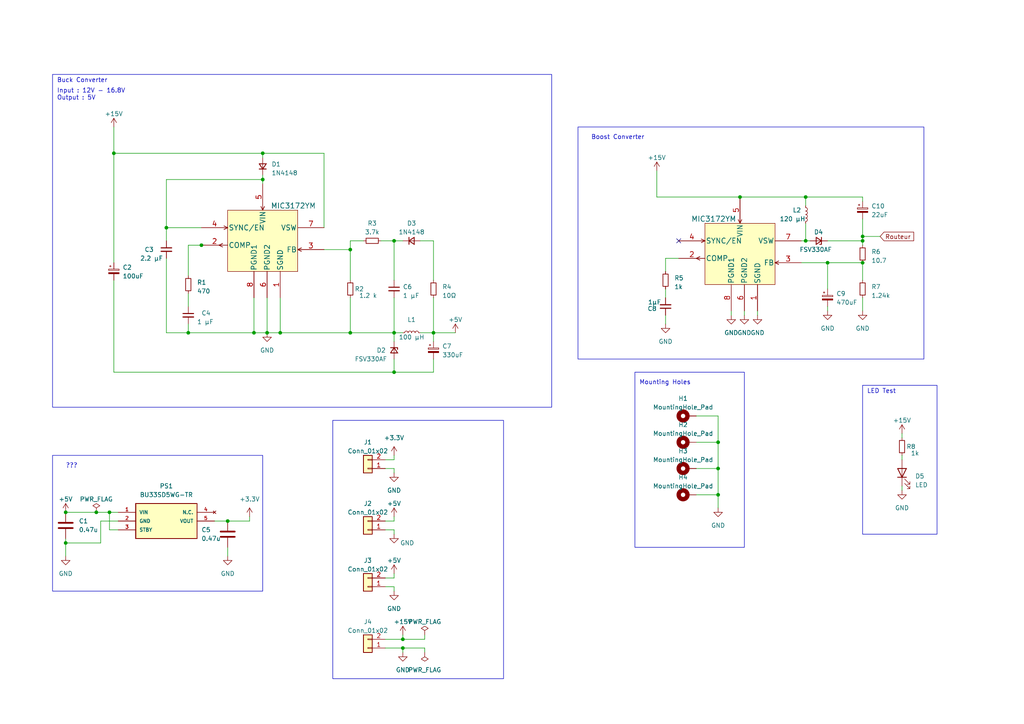
<source format=kicad_sch>
(kicad_sch (version 20230121) (generator eeschema)

  (uuid 9ea535e2-254b-400e-a1b3-21cc38003798)

  (paper "A4")

  (title_block
    (title "alimentation")
  )

  (lib_symbols
    (symbol "BU33SD5WG-TR:BU33SD5WG-TR" (pin_names (offset 1.016)) (in_bom yes) (on_board yes)
      (property "Reference" "PS1" (at 13.97 7.62 0)
        (effects (font (size 1.27 1.27)))
      )
      (property "Value" "BU33SD5WG-TR" (at 13.97 5.08 0)
        (effects (font (size 1.27 1.27)))
      )
      (property "Footprint" "Custom:SOT95P280X125-5N" (at 0 -12.7 0)
        (effects (font (size 1.27 1.27)) (justify left bottom) hide)
      )
      (property "Datasheet" "" (at 0 0 0)
        (effects (font (size 1.27 1.27)) (justify left bottom) hide)
      )
      (property "Arrow_Price-Stock" "" (at 0 0 0)
        (effects (font (size 1.27 1.27)) (justify left bottom) hide)
      )
      (property "Manufacturer_Part_Number" "BU33SD5WG-TR" (at 0 -8.89 0)
        (effects (font (size 1.27 1.27)) (justify left bottom) hide)
      )
      (property "Manufacturer_Name" "ROHM Semiconductor" (at 0 5.08 0)
        (effects (font (size 1.27 1.27)) (justify left bottom) hide)
      )
      (property "Mouser_Price-Stock" "https://www.mouser.co.uk/ProductDetail/ROHM-Semiconductor/BU33SD5WG-TR?qs=%2FKR40Cd6GUrQDzRkUEt69Q%3D%3D" (at 0 10.16 0)
        (effects (font (size 1.27 1.27)) (justify left bottom) hide)
      )
      (property "Height" "1.25mm" (at 0 7.62 0)
        (effects (font (size 1.27 1.27)) (justify left bottom) hide)
      )
      (property "Arrow_Part_Number" "" (at 0 0 0)
        (effects (font (size 1.27 1.27)) (justify left bottom) hide)
      )
      (property "Mouser_Part_Number" "755-BU33SD5WG-TR" (at 0 -11.43 0)
        (effects (font (size 1.27 1.27)) (justify left bottom) hide)
      )
      (property "Description" "LDO regulator,3.3V,0.5A,standby,SSOP5 ROHM BU33SD5WG-TR, LDO Voltage Regulator, 0.5A, 3.3 V +/-2%, 1.7  6 Vin, 5-Pin SSOP" (at 0 2.54 0)
        (effects (font (size 1.27 1.27)) (justify left bottom) hide)
      )
      (property "ki_locked" "" (at 0 0 0)
        (effects (font (size 1.27 1.27)))
      )
      (symbol "BU33SD5WG-TR_0_0"
        (polyline
          (pts
            (xy 5.08 2.54)
            (xy 5.08 -7.62)
          )
          (stroke (width 0.254) (type default))
          (fill (type none))
        )
        (rectangle (start 5.08 -7.62) (end 22.86 2.54)
          (stroke (width 0.254) (type default))
          (fill (type background))
        )
        (pin power_in line (at 0 0 0) (length 5.08)
          (name "VIN" (effects (font (size 1.016 1.016))))
          (number "1" (effects (font (size 1.016 1.016))))
        )
        (pin power_in line (at 0 -2.54 0) (length 5.08)
          (name "GND" (effects (font (size 1.016 1.016))))
          (number "2" (effects (font (size 1.016 1.016))))
        )
        (pin input line (at 0 -5.08 0) (length 5.08)
          (name "STBY" (effects (font (size 1.016 1.016))))
          (number "3" (effects (font (size 1.016 1.016))))
        )
        (pin no_connect line (at 27.94 0 180) (length 5.08)
          (name "N.C." (effects (font (size 1.016 1.016))))
          (number "4" (effects (font (size 1.016 1.016))))
        )
        (pin power_out line (at 27.94 -2.54 180) (length 5.08)
          (name "VOUT" (effects (font (size 1.016 1.016))))
          (number "5" (effects (font (size 1.016 1.016))))
        )
      )
    )
    (symbol "Connector_Generic:Conn_01x02" (pin_names (offset 1.016) hide) (in_bom yes) (on_board yes)
      (property "Reference" "J" (at 0 2.54 0)
        (effects (font (size 1.27 1.27)))
      )
      (property "Value" "Conn_01x02" (at 0 -5.08 0)
        (effects (font (size 1.27 1.27)))
      )
      (property "Footprint" "" (at 0 0 0)
        (effects (font (size 1.27 1.27)) hide)
      )
      (property "Datasheet" "~" (at 0 0 0)
        (effects (font (size 1.27 1.27)) hide)
      )
      (property "ki_keywords" "connector" (at 0 0 0)
        (effects (font (size 1.27 1.27)) hide)
      )
      (property "ki_description" "Generic connector, single row, 01x02, script generated (kicad-library-utils/schlib/autogen/connector/)" (at 0 0 0)
        (effects (font (size 1.27 1.27)) hide)
      )
      (property "ki_fp_filters" "Connector*:*_1x??_*" (at 0 0 0)
        (effects (font (size 1.27 1.27)) hide)
      )
      (symbol "Conn_01x02_1_1"
        (rectangle (start -1.27 -2.413) (end 0 -2.667)
          (stroke (width 0.1524) (type default))
          (fill (type none))
        )
        (rectangle (start -1.27 0.127) (end 0 -0.127)
          (stroke (width 0.1524) (type default))
          (fill (type none))
        )
        (rectangle (start -1.27 1.27) (end 1.27 -3.81)
          (stroke (width 0.254) (type default))
          (fill (type background))
        )
        (pin passive line (at -5.08 0 0) (length 3.81)
          (name "Pin_1" (effects (font (size 1.27 1.27))))
          (number "1" (effects (font (size 1.27 1.27))))
        )
        (pin passive line (at -5.08 -2.54 0) (length 3.81)
          (name "Pin_2" (effects (font (size 1.27 1.27))))
          (number "2" (effects (font (size 1.27 1.27))))
        )
      )
    )
    (symbol "Device:C" (pin_numbers hide) (pin_names (offset 0.254)) (in_bom yes) (on_board yes)
      (property "Reference" "C" (at 0.635 2.54 0)
        (effects (font (size 1.27 1.27)) (justify left))
      )
      (property "Value" "C" (at 0.635 -2.54 0)
        (effects (font (size 1.27 1.27)) (justify left))
      )
      (property "Footprint" "" (at 0.9652 -3.81 0)
        (effects (font (size 1.27 1.27)) hide)
      )
      (property "Datasheet" "~" (at 0 0 0)
        (effects (font (size 1.27 1.27)) hide)
      )
      (property "ki_keywords" "cap capacitor" (at 0 0 0)
        (effects (font (size 1.27 1.27)) hide)
      )
      (property "ki_description" "Unpolarized capacitor" (at 0 0 0)
        (effects (font (size 1.27 1.27)) hide)
      )
      (property "ki_fp_filters" "C_*" (at 0 0 0)
        (effects (font (size 1.27 1.27)) hide)
      )
      (symbol "C_0_1"
        (polyline
          (pts
            (xy -2.032 -0.762)
            (xy 2.032 -0.762)
          )
          (stroke (width 0.508) (type default))
          (fill (type none))
        )
        (polyline
          (pts
            (xy -2.032 0.762)
            (xy 2.032 0.762)
          )
          (stroke (width 0.508) (type default))
          (fill (type none))
        )
      )
      (symbol "C_1_1"
        (pin passive line (at 0 3.81 270) (length 2.794)
          (name "~" (effects (font (size 1.27 1.27))))
          (number "1" (effects (font (size 1.27 1.27))))
        )
        (pin passive line (at 0 -3.81 90) (length 2.794)
          (name "~" (effects (font (size 1.27 1.27))))
          (number "2" (effects (font (size 1.27 1.27))))
        )
      )
    )
    (symbol "Device:C_Polarized_Small" (pin_numbers hide) (pin_names (offset 0.254) hide) (in_bom yes) (on_board yes)
      (property "Reference" "C" (at 0.254 1.778 0)
        (effects (font (size 1.27 1.27)) (justify left))
      )
      (property "Value" "C_Polarized_Small" (at 0.254 -2.032 0)
        (effects (font (size 1.27 1.27)) (justify left))
      )
      (property "Footprint" "" (at 0 0 0)
        (effects (font (size 1.27 1.27)) hide)
      )
      (property "Datasheet" "~" (at 0 0 0)
        (effects (font (size 1.27 1.27)) hide)
      )
      (property "ki_keywords" "cap capacitor" (at 0 0 0)
        (effects (font (size 1.27 1.27)) hide)
      )
      (property "ki_description" "Polarized capacitor, small symbol" (at 0 0 0)
        (effects (font (size 1.27 1.27)) hide)
      )
      (property "ki_fp_filters" "CP_*" (at 0 0 0)
        (effects (font (size 1.27 1.27)) hide)
      )
      (symbol "C_Polarized_Small_0_1"
        (rectangle (start -1.524 -0.3048) (end 1.524 -0.6858)
          (stroke (width 0) (type default))
          (fill (type outline))
        )
        (rectangle (start -1.524 0.6858) (end 1.524 0.3048)
          (stroke (width 0) (type default))
          (fill (type none))
        )
        (polyline
          (pts
            (xy -1.27 1.524)
            (xy -0.762 1.524)
          )
          (stroke (width 0) (type default))
          (fill (type none))
        )
        (polyline
          (pts
            (xy -1.016 1.27)
            (xy -1.016 1.778)
          )
          (stroke (width 0) (type default))
          (fill (type none))
        )
      )
      (symbol "C_Polarized_Small_1_1"
        (pin passive line (at 0 2.54 270) (length 1.8542)
          (name "~" (effects (font (size 1.27 1.27))))
          (number "1" (effects (font (size 1.27 1.27))))
        )
        (pin passive line (at 0 -2.54 90) (length 1.8542)
          (name "~" (effects (font (size 1.27 1.27))))
          (number "2" (effects (font (size 1.27 1.27))))
        )
      )
    )
    (symbol "Device:C_Small" (pin_numbers hide) (pin_names (offset 0.254) hide) (in_bom yes) (on_board yes)
      (property "Reference" "C" (at 0.254 1.778 0)
        (effects (font (size 1.27 1.27)) (justify left))
      )
      (property "Value" "C_Small" (at 0.254 -2.032 0)
        (effects (font (size 1.27 1.27)) (justify left))
      )
      (property "Footprint" "" (at 0 0 0)
        (effects (font (size 1.27 1.27)) hide)
      )
      (property "Datasheet" "~" (at 0 0 0)
        (effects (font (size 1.27 1.27)) hide)
      )
      (property "ki_keywords" "capacitor cap" (at 0 0 0)
        (effects (font (size 1.27 1.27)) hide)
      )
      (property "ki_description" "Unpolarized capacitor, small symbol" (at 0 0 0)
        (effects (font (size 1.27 1.27)) hide)
      )
      (property "ki_fp_filters" "C_*" (at 0 0 0)
        (effects (font (size 1.27 1.27)) hide)
      )
      (symbol "C_Small_0_1"
        (polyline
          (pts
            (xy -1.524 -0.508)
            (xy 1.524 -0.508)
          )
          (stroke (width 0.3302) (type default))
          (fill (type none))
        )
        (polyline
          (pts
            (xy -1.524 0.508)
            (xy 1.524 0.508)
          )
          (stroke (width 0.3048) (type default))
          (fill (type none))
        )
      )
      (symbol "C_Small_1_1"
        (pin passive line (at 0 2.54 270) (length 2.032)
          (name "~" (effects (font (size 1.27 1.27))))
          (number "1" (effects (font (size 1.27 1.27))))
        )
        (pin passive line (at 0 -2.54 90) (length 2.032)
          (name "~" (effects (font (size 1.27 1.27))))
          (number "2" (effects (font (size 1.27 1.27))))
        )
      )
    )
    (symbol "Device:D_Small" (pin_numbers hide) (pin_names (offset 0.254) hide) (in_bom yes) (on_board yes)
      (property "Reference" "D" (at -1.27 2.032 0)
        (effects (font (size 1.27 1.27)) (justify left))
      )
      (property "Value" "D_Small" (at -3.81 -2.032 0)
        (effects (font (size 1.27 1.27)) (justify left))
      )
      (property "Footprint" "" (at 0 0 90)
        (effects (font (size 1.27 1.27)) hide)
      )
      (property "Datasheet" "~" (at 0 0 90)
        (effects (font (size 1.27 1.27)) hide)
      )
      (property "Sim.Device" "D" (at 0 0 0)
        (effects (font (size 1.27 1.27)) hide)
      )
      (property "Sim.Pins" "1=K 2=A" (at 0 0 0)
        (effects (font (size 1.27 1.27)) hide)
      )
      (property "ki_keywords" "diode" (at 0 0 0)
        (effects (font (size 1.27 1.27)) hide)
      )
      (property "ki_description" "Diode, small symbol" (at 0 0 0)
        (effects (font (size 1.27 1.27)) hide)
      )
      (property "ki_fp_filters" "TO-???* *_Diode_* *SingleDiode* D_*" (at 0 0 0)
        (effects (font (size 1.27 1.27)) hide)
      )
      (symbol "D_Small_0_1"
        (polyline
          (pts
            (xy -0.762 -1.016)
            (xy -0.762 1.016)
          )
          (stroke (width 0.254) (type default))
          (fill (type none))
        )
        (polyline
          (pts
            (xy -0.762 0)
            (xy 0.762 0)
          )
          (stroke (width 0) (type default))
          (fill (type none))
        )
        (polyline
          (pts
            (xy 0.762 -1.016)
            (xy -0.762 0)
            (xy 0.762 1.016)
            (xy 0.762 -1.016)
          )
          (stroke (width 0.254) (type default))
          (fill (type none))
        )
      )
      (symbol "D_Small_1_1"
        (pin passive line (at -2.54 0 0) (length 1.778)
          (name "K" (effects (font (size 1.27 1.27))))
          (number "1" (effects (font (size 1.27 1.27))))
        )
        (pin passive line (at 2.54 0 180) (length 1.778)
          (name "A" (effects (font (size 1.27 1.27))))
          (number "2" (effects (font (size 1.27 1.27))))
        )
      )
    )
    (symbol "Device:D_Zener_Small" (pin_numbers hide) (pin_names (offset 0.254) hide) (in_bom yes) (on_board yes)
      (property "Reference" "D" (at 0 2.286 0)
        (effects (font (size 1.27 1.27)))
      )
      (property "Value" "D_Zener_Small" (at 0 -2.286 0)
        (effects (font (size 1.27 1.27)))
      )
      (property "Footprint" "" (at 0 0 90)
        (effects (font (size 1.27 1.27)) hide)
      )
      (property "Datasheet" "~" (at 0 0 90)
        (effects (font (size 1.27 1.27)) hide)
      )
      (property "ki_keywords" "diode" (at 0 0 0)
        (effects (font (size 1.27 1.27)) hide)
      )
      (property "ki_description" "Zener diode, small symbol" (at 0 0 0)
        (effects (font (size 1.27 1.27)) hide)
      )
      (property "ki_fp_filters" "TO-???* *_Diode_* *SingleDiode* D_*" (at 0 0 0)
        (effects (font (size 1.27 1.27)) hide)
      )
      (symbol "D_Zener_Small_0_1"
        (polyline
          (pts
            (xy 0.762 0)
            (xy -0.762 0)
          )
          (stroke (width 0) (type default))
          (fill (type none))
        )
        (polyline
          (pts
            (xy -0.254 1.016)
            (xy -0.762 1.016)
            (xy -0.762 -1.016)
          )
          (stroke (width 0.254) (type default))
          (fill (type none))
        )
        (polyline
          (pts
            (xy 0.762 1.016)
            (xy -0.762 0)
            (xy 0.762 -1.016)
            (xy 0.762 1.016)
          )
          (stroke (width 0.254) (type default))
          (fill (type none))
        )
      )
      (symbol "D_Zener_Small_1_1"
        (pin passive line (at -2.54 0 0) (length 1.778)
          (name "K" (effects (font (size 1.27 1.27))))
          (number "1" (effects (font (size 1.27 1.27))))
        )
        (pin passive line (at 2.54 0 180) (length 1.778)
          (name "A" (effects (font (size 1.27 1.27))))
          (number "2" (effects (font (size 1.27 1.27))))
        )
      )
    )
    (symbol "Device:LED" (pin_numbers hide) (pin_names (offset 1.016) hide) (in_bom yes) (on_board yes)
      (property "Reference" "D" (at 0 2.54 0)
        (effects (font (size 1.27 1.27)))
      )
      (property "Value" "LED" (at 0 -2.54 0)
        (effects (font (size 1.27 1.27)))
      )
      (property "Footprint" "" (at 0 0 0)
        (effects (font (size 1.27 1.27)) hide)
      )
      (property "Datasheet" "~" (at 0 0 0)
        (effects (font (size 1.27 1.27)) hide)
      )
      (property "ki_keywords" "LED diode" (at 0 0 0)
        (effects (font (size 1.27 1.27)) hide)
      )
      (property "ki_description" "Light emitting diode" (at 0 0 0)
        (effects (font (size 1.27 1.27)) hide)
      )
      (property "ki_fp_filters" "LED* LED_SMD:* LED_THT:*" (at 0 0 0)
        (effects (font (size 1.27 1.27)) hide)
      )
      (symbol "LED_0_1"
        (polyline
          (pts
            (xy -1.27 -1.27)
            (xy -1.27 1.27)
          )
          (stroke (width 0.254) (type default))
          (fill (type none))
        )
        (polyline
          (pts
            (xy -1.27 0)
            (xy 1.27 0)
          )
          (stroke (width 0) (type default))
          (fill (type none))
        )
        (polyline
          (pts
            (xy 1.27 -1.27)
            (xy 1.27 1.27)
            (xy -1.27 0)
            (xy 1.27 -1.27)
          )
          (stroke (width 0.254) (type default))
          (fill (type none))
        )
        (polyline
          (pts
            (xy -3.048 -0.762)
            (xy -4.572 -2.286)
            (xy -3.81 -2.286)
            (xy -4.572 -2.286)
            (xy -4.572 -1.524)
          )
          (stroke (width 0) (type default))
          (fill (type none))
        )
        (polyline
          (pts
            (xy -1.778 -0.762)
            (xy -3.302 -2.286)
            (xy -2.54 -2.286)
            (xy -3.302 -2.286)
            (xy -3.302 -1.524)
          )
          (stroke (width 0) (type default))
          (fill (type none))
        )
      )
      (symbol "LED_1_1"
        (pin passive line (at -3.81 0 0) (length 2.54)
          (name "K" (effects (font (size 1.27 1.27))))
          (number "1" (effects (font (size 1.27 1.27))))
        )
        (pin passive line (at 3.81 0 180) (length 2.54)
          (name "A" (effects (font (size 1.27 1.27))))
          (number "2" (effects (font (size 1.27 1.27))))
        )
      )
    )
    (symbol "Device:L_Small" (pin_numbers hide) (pin_names (offset 0.254) hide) (in_bom yes) (on_board yes)
      (property "Reference" "L" (at 0.762 1.016 0)
        (effects (font (size 1.27 1.27)) (justify left))
      )
      (property "Value" "L_Small" (at 0.762 -1.016 0)
        (effects (font (size 1.27 1.27)) (justify left))
      )
      (property "Footprint" "" (at 0 0 0)
        (effects (font (size 1.27 1.27)) hide)
      )
      (property "Datasheet" "~" (at 0 0 0)
        (effects (font (size 1.27 1.27)) hide)
      )
      (property "ki_keywords" "inductor choke coil reactor magnetic" (at 0 0 0)
        (effects (font (size 1.27 1.27)) hide)
      )
      (property "ki_description" "Inductor, small symbol" (at 0 0 0)
        (effects (font (size 1.27 1.27)) hide)
      )
      (property "ki_fp_filters" "Choke_* *Coil* Inductor_* L_*" (at 0 0 0)
        (effects (font (size 1.27 1.27)) hide)
      )
      (symbol "L_Small_0_1"
        (arc (start 0 -2.032) (mid 0.5058 -1.524) (end 0 -1.016)
          (stroke (width 0) (type default))
          (fill (type none))
        )
        (arc (start 0 -1.016) (mid 0.5058 -0.508) (end 0 0)
          (stroke (width 0) (type default))
          (fill (type none))
        )
        (arc (start 0 0) (mid 0.5058 0.508) (end 0 1.016)
          (stroke (width 0) (type default))
          (fill (type none))
        )
        (arc (start 0 1.016) (mid 0.5058 1.524) (end 0 2.032)
          (stroke (width 0) (type default))
          (fill (type none))
        )
      )
      (symbol "L_Small_1_1"
        (pin passive line (at 0 2.54 270) (length 0.508)
          (name "~" (effects (font (size 1.27 1.27))))
          (number "1" (effects (font (size 1.27 1.27))))
        )
        (pin passive line (at 0 -2.54 90) (length 0.508)
          (name "~" (effects (font (size 1.27 1.27))))
          (number "2" (effects (font (size 1.27 1.27))))
        )
      )
    )
    (symbol "Device:R_Small" (pin_numbers hide) (pin_names (offset 0.254) hide) (in_bom yes) (on_board yes)
      (property "Reference" "R" (at 0.762 0.508 0)
        (effects (font (size 1.27 1.27)) (justify left))
      )
      (property "Value" "R_Small" (at 0.762 -1.016 0)
        (effects (font (size 1.27 1.27)) (justify left))
      )
      (property "Footprint" "" (at 0 0 0)
        (effects (font (size 1.27 1.27)) hide)
      )
      (property "Datasheet" "~" (at 0 0 0)
        (effects (font (size 1.27 1.27)) hide)
      )
      (property "ki_keywords" "R resistor" (at 0 0 0)
        (effects (font (size 1.27 1.27)) hide)
      )
      (property "ki_description" "Resistor, small symbol" (at 0 0 0)
        (effects (font (size 1.27 1.27)) hide)
      )
      (property "ki_fp_filters" "R_*" (at 0 0 0)
        (effects (font (size 1.27 1.27)) hide)
      )
      (symbol "R_Small_0_1"
        (rectangle (start -0.762 1.778) (end 0.762 -1.778)
          (stroke (width 0.2032) (type default))
          (fill (type none))
        )
      )
      (symbol "R_Small_1_1"
        (pin passive line (at 0 2.54 270) (length 0.762)
          (name "~" (effects (font (size 1.27 1.27))))
          (number "1" (effects (font (size 1.27 1.27))))
        )
        (pin passive line (at 0 -2.54 90) (length 0.762)
          (name "~" (effects (font (size 1.27 1.27))))
          (number "2" (effects (font (size 1.27 1.27))))
        )
      )
    )
    (symbol "MIC3172YM_1" (pin_names (offset 0.254)) (in_bom yes) (on_board yes)
      (property "Reference" "U4" (at 62.23 -2.54 0)
        (effects (font (size 1.524 1.524)))
      )
      (property "Value" "MIC3172YM" (at 62.23 -5.08 0)
        (effects (font (size 1.524 1.524)))
      )
      (property "Footprint" "SOIC-8_M_MCL" (at 74.93 2.54 0)
        (effects (font (size 1.524 1.524)) hide)
      )
      (property "Datasheet" "" (at 35.56 -11.43 0)
        (effects (font (size 1.524 1.524)))
      )
      (property "ki_locked" "" (at 0 0 0)
        (effects (font (size 1.27 1.27)))
      )
      (property "ki_fp_filters" "SOIC-8_M_MCL SOIC-8_M_MCL-M SOIC-8_M_MCL-L" (at 0 0 0)
        (effects (font (size 1.27 1.27)) hide)
      )
      (symbol "MIC3172YM_1_1_1"
        (polyline
          (pts
            (xy 40.64 -16.51)
            (xy 41.7068 -17.018)
          )
          (stroke (width 0.2032) (type solid))
          (fill (type none))
        )
        (polyline
          (pts
            (xy 40.64 -16.51)
            (xy 41.7068 -16.002)
          )
          (stroke (width 0.2032) (type solid))
          (fill (type none))
        )
        (polyline
          (pts
            (xy 43.18 -11.43)
            (xy 42.1132 -11.938)
          )
          (stroke (width 0.2032) (type solid))
          (fill (type none))
        )
        (polyline
          (pts
            (xy 43.18 -11.43)
            (xy 42.1132 -10.922)
          )
          (stroke (width 0.2032) (type solid))
          (fill (type none))
        )
        (polyline
          (pts
            (xy 53.34 -6.35)
            (xy 52.832 -5.2832)
          )
          (stroke (width 0.2032) (type solid))
          (fill (type none))
        )
        (polyline
          (pts
            (xy 53.34 -6.35)
            (xy 53.848 -5.2832)
          )
          (stroke (width 0.2032) (type solid))
          (fill (type none))
        )
        (polyline
          (pts
            (xy 63.5 -17.78)
            (xy 64.5668 -18.288)
          )
          (stroke (width 0.2032) (type solid))
          (fill (type none))
        )
        (polyline
          (pts
            (xy 63.5 -17.78)
            (xy 64.5668 -17.272)
          )
          (stroke (width 0.2032) (type solid))
          (fill (type none))
        )
        (rectangle (start 43.18 -6.35) (end 63.5 -24.13)
          (stroke (width 0) (type default))
          (fill (type background))
        )
        (pin power_in line (at 58.42 -31.75 90) (length 7.62)
          (name "SGND" (effects (font (size 1.4986 1.4986))))
          (number "1" (effects (font (size 1.4986 1.4986))))
        )
        (pin output line (at 35.56 -16.51 0) (length 7.62)
          (name "COMP" (effects (font (size 1.4986 1.4986))))
          (number "2" (effects (font (size 1.4986 1.4986))))
        )
        (pin input line (at 71.12 -17.78 180) (length 7.62)
          (name "FB" (effects (font (size 1.4986 1.4986))))
          (number "3" (effects (font (size 1.4986 1.4986))))
        )
        (pin input line (at 35.56 -11.43 0) (length 7.62)
          (name "SYNC/EN" (effects (font (size 1.4986 1.4986))))
          (number "4" (effects (font (size 1.4986 1.4986))))
        )
        (pin input line (at 53.34 1.27 270) (length 7.62)
          (name "VIN" (effects (font (size 1.4986 1.4986))))
          (number "5" (effects (font (size 1.4986 1.4986))))
        )
        (pin power_in line (at 54.61 -31.75 90) (length 7.62)
          (name "PGND2" (effects (font (size 1.4986 1.4986))))
          (number "6" (effects (font (size 1.4986 1.4986))))
        )
        (pin unspecified line (at 71.12 -11.43 180) (length 7.62)
          (name "VSW" (effects (font (size 1.4986 1.4986))))
          (number "7" (effects (font (size 1.4986 1.4986))))
        )
        (pin power_in line (at 50.8 -31.75 90) (length 7.62)
          (name "PGND1" (effects (font (size 1.4986 1.4986))))
          (number "8" (effects (font (size 1.4986 1.4986))))
        )
      )
    )
    (symbol "Mechanical:MountingHole_Pad" (pin_numbers hide) (pin_names (offset 1.016) hide) (in_bom yes) (on_board yes)
      (property "Reference" "H" (at 0 6.35 0)
        (effects (font (size 1.27 1.27)))
      )
      (property "Value" "MountingHole_Pad" (at 0 4.445 0)
        (effects (font (size 1.27 1.27)))
      )
      (property "Footprint" "" (at 0 0 0)
        (effects (font (size 1.27 1.27)) hide)
      )
      (property "Datasheet" "~" (at 0 0 0)
        (effects (font (size 1.27 1.27)) hide)
      )
      (property "ki_keywords" "mounting hole" (at 0 0 0)
        (effects (font (size 1.27 1.27)) hide)
      )
      (property "ki_description" "Mounting Hole with connection" (at 0 0 0)
        (effects (font (size 1.27 1.27)) hide)
      )
      (property "ki_fp_filters" "MountingHole*Pad*" (at 0 0 0)
        (effects (font (size 1.27 1.27)) hide)
      )
      (symbol "MountingHole_Pad_0_1"
        (circle (center 0 1.27) (radius 1.27)
          (stroke (width 1.27) (type default))
          (fill (type none))
        )
      )
      (symbol "MountingHole_Pad_1_1"
        (pin input line (at 0 -2.54 90) (length 2.54)
          (name "1" (effects (font (size 1.27 1.27))))
          (number "1" (effects (font (size 1.27 1.27))))
        )
      )
    )
    (symbol "power:+15V" (power) (pin_names (offset 0)) (in_bom yes) (on_board yes)
      (property "Reference" "#PWR" (at 0 -3.81 0)
        (effects (font (size 1.27 1.27)) hide)
      )
      (property "Value" "+15V" (at 0 3.556 0)
        (effects (font (size 1.27 1.27)))
      )
      (property "Footprint" "" (at 0 0 0)
        (effects (font (size 1.27 1.27)) hide)
      )
      (property "Datasheet" "" (at 0 0 0)
        (effects (font (size 1.27 1.27)) hide)
      )
      (property "ki_keywords" "global power" (at 0 0 0)
        (effects (font (size 1.27 1.27)) hide)
      )
      (property "ki_description" "Power symbol creates a global label with name \"+15V\"" (at 0 0 0)
        (effects (font (size 1.27 1.27)) hide)
      )
      (symbol "+15V_0_1"
        (polyline
          (pts
            (xy -0.762 1.27)
            (xy 0 2.54)
          )
          (stroke (width 0) (type default))
          (fill (type none))
        )
        (polyline
          (pts
            (xy 0 0)
            (xy 0 2.54)
          )
          (stroke (width 0) (type default))
          (fill (type none))
        )
        (polyline
          (pts
            (xy 0 2.54)
            (xy 0.762 1.27)
          )
          (stroke (width 0) (type default))
          (fill (type none))
        )
      )
      (symbol "+15V_1_1"
        (pin power_in line (at 0 0 90) (length 0) hide
          (name "+15V" (effects (font (size 1.27 1.27))))
          (number "1" (effects (font (size 1.27 1.27))))
        )
      )
    )
    (symbol "power:+3.3V" (power) (pin_names (offset 0)) (in_bom yes) (on_board yes)
      (property "Reference" "#PWR" (at 0 -3.81 0)
        (effects (font (size 1.27 1.27)) hide)
      )
      (property "Value" "+3.3V" (at 0 3.556 0)
        (effects (font (size 1.27 1.27)))
      )
      (property "Footprint" "" (at 0 0 0)
        (effects (font (size 1.27 1.27)) hide)
      )
      (property "Datasheet" "" (at 0 0 0)
        (effects (font (size 1.27 1.27)) hide)
      )
      (property "ki_keywords" "global power" (at 0 0 0)
        (effects (font (size 1.27 1.27)) hide)
      )
      (property "ki_description" "Power symbol creates a global label with name \"+3.3V\"" (at 0 0 0)
        (effects (font (size 1.27 1.27)) hide)
      )
      (symbol "+3.3V_0_1"
        (polyline
          (pts
            (xy -0.762 1.27)
            (xy 0 2.54)
          )
          (stroke (width 0) (type default))
          (fill (type none))
        )
        (polyline
          (pts
            (xy 0 0)
            (xy 0 2.54)
          )
          (stroke (width 0) (type default))
          (fill (type none))
        )
        (polyline
          (pts
            (xy 0 2.54)
            (xy 0.762 1.27)
          )
          (stroke (width 0) (type default))
          (fill (type none))
        )
      )
      (symbol "+3.3V_1_1"
        (pin power_in line (at 0 0 90) (length 0) hide
          (name "+3.3V" (effects (font (size 1.27 1.27))))
          (number "1" (effects (font (size 1.27 1.27))))
        )
      )
    )
    (symbol "power:+5V" (power) (pin_names (offset 0)) (in_bom yes) (on_board yes)
      (property "Reference" "#PWR" (at 0 -3.81 0)
        (effects (font (size 1.27 1.27)) hide)
      )
      (property "Value" "+5V" (at 0 3.556 0)
        (effects (font (size 1.27 1.27)))
      )
      (property "Footprint" "" (at 0 0 0)
        (effects (font (size 1.27 1.27)) hide)
      )
      (property "Datasheet" "" (at 0 0 0)
        (effects (font (size 1.27 1.27)) hide)
      )
      (property "ki_keywords" "global power" (at 0 0 0)
        (effects (font (size 1.27 1.27)) hide)
      )
      (property "ki_description" "Power symbol creates a global label with name \"+5V\"" (at 0 0 0)
        (effects (font (size 1.27 1.27)) hide)
      )
      (symbol "+5V_0_1"
        (polyline
          (pts
            (xy -0.762 1.27)
            (xy 0 2.54)
          )
          (stroke (width 0) (type default))
          (fill (type none))
        )
        (polyline
          (pts
            (xy 0 0)
            (xy 0 2.54)
          )
          (stroke (width 0) (type default))
          (fill (type none))
        )
        (polyline
          (pts
            (xy 0 2.54)
            (xy 0.762 1.27)
          )
          (stroke (width 0) (type default))
          (fill (type none))
        )
      )
      (symbol "+5V_1_1"
        (pin power_in line (at 0 0 90) (length 0) hide
          (name "+5V" (effects (font (size 1.27 1.27))))
          (number "1" (effects (font (size 1.27 1.27))))
        )
      )
    )
    (symbol "power:GND" (power) (pin_names (offset 0)) (in_bom yes) (on_board yes)
      (property "Reference" "#PWR" (at 0 -6.35 0)
        (effects (font (size 1.27 1.27)) hide)
      )
      (property "Value" "GND" (at 0 -3.81 0)
        (effects (font (size 1.27 1.27)))
      )
      (property "Footprint" "" (at 0 0 0)
        (effects (font (size 1.27 1.27)) hide)
      )
      (property "Datasheet" "" (at 0 0 0)
        (effects (font (size 1.27 1.27)) hide)
      )
      (property "ki_keywords" "global power" (at 0 0 0)
        (effects (font (size 1.27 1.27)) hide)
      )
      (property "ki_description" "Power symbol creates a global label with name \"GND\" , ground" (at 0 0 0)
        (effects (font (size 1.27 1.27)) hide)
      )
      (symbol "GND_0_1"
        (polyline
          (pts
            (xy 0 0)
            (xy 0 -1.27)
            (xy 1.27 -1.27)
            (xy 0 -2.54)
            (xy -1.27 -1.27)
            (xy 0 -1.27)
          )
          (stroke (width 0) (type default))
          (fill (type none))
        )
      )
      (symbol "GND_1_1"
        (pin power_in line (at 0 0 270) (length 0) hide
          (name "GND" (effects (font (size 1.27 1.27))))
          (number "1" (effects (font (size 1.27 1.27))))
        )
      )
    )
    (symbol "power:PWR_FLAG" (power) (pin_numbers hide) (pin_names (offset 0) hide) (in_bom yes) (on_board yes)
      (property "Reference" "#FLG" (at 0 1.905 0)
        (effects (font (size 1.27 1.27)) hide)
      )
      (property "Value" "PWR_FLAG" (at 0 3.81 0)
        (effects (font (size 1.27 1.27)))
      )
      (property "Footprint" "" (at 0 0 0)
        (effects (font (size 1.27 1.27)) hide)
      )
      (property "Datasheet" "~" (at 0 0 0)
        (effects (font (size 1.27 1.27)) hide)
      )
      (property "ki_keywords" "flag power" (at 0 0 0)
        (effects (font (size 1.27 1.27)) hide)
      )
      (property "ki_description" "Special symbol for telling ERC where power comes from" (at 0 0 0)
        (effects (font (size 1.27 1.27)) hide)
      )
      (symbol "PWR_FLAG_0_0"
        (pin power_out line (at 0 0 90) (length 0)
          (name "pwr" (effects (font (size 1.27 1.27))))
          (number "1" (effects (font (size 1.27 1.27))))
        )
      )
      (symbol "PWR_FLAG_0_1"
        (polyline
          (pts
            (xy 0 0)
            (xy 0 1.27)
            (xy -1.016 1.905)
            (xy 0 2.54)
            (xy 1.016 1.905)
            (xy 0 1.27)
          )
          (stroke (width 0) (type default))
          (fill (type none))
        )
      )
    )
  )

  (junction (at 116.84 187.96) (diameter 0) (color 0 0 0 0)
    (uuid 0a70142a-4be4-4e66-9385-a66300e4b95b)
  )
  (junction (at 233.68 69.85) (diameter 0) (color 0 0 0 0)
    (uuid 0f8068e6-9c0b-444e-8300-daad77d32a58)
  )
  (junction (at 114.3 69.85) (diameter 0) (color 0 0 0 0)
    (uuid 1bfb1242-be74-4c96-b735-8c3384e90120)
  )
  (junction (at 240.03 76.2) (diameter 0) (color 0 0 0 0)
    (uuid 1de33092-8e3c-4810-80ff-34e3a5477090)
  )
  (junction (at 250.19 68.58) (diameter 0) (color 0 0 0 0)
    (uuid 21cd9e4e-2219-41b2-be61-91b16b24a52c)
  )
  (junction (at 31.75 148.59) (diameter 0) (color 0 0 0 0)
    (uuid 21f4b918-529d-48ee-af9a-4d400137a41b)
  )
  (junction (at 208.28 135.89) (diameter 0) (color 0 0 0 0)
    (uuid 2a22bdd9-6800-4c13-b5a5-1674b850ec53)
  )
  (junction (at 19.05 157.48) (diameter 0) (color 0 0 0 0)
    (uuid 2b59bd69-d84b-473c-bb46-562f17b78db5)
  )
  (junction (at 114.3 107.95) (diameter 0) (color 0 0 0 0)
    (uuid 32196537-ac65-453e-a23b-8e97dfbfcfa4)
  )
  (junction (at 73.66 96.52) (diameter 0) (color 0 0 0 0)
    (uuid 3c5accc5-fe9b-4128-8b22-11f2d31acba1)
  )
  (junction (at 76.2 52.07) (diameter 0) (color 0 0 0 0)
    (uuid 3fd04610-1c2c-4881-8af0-f7df38995171)
  )
  (junction (at 58.42 71.12) (diameter 0) (color 0 0 0 0)
    (uuid 506ac6bb-5398-477d-998d-62c2a53ce815)
  )
  (junction (at 208.28 143.51) (diameter 0) (color 0 0 0 0)
    (uuid 5eded6d1-c618-479d-b9d1-cda236785c10)
  )
  (junction (at 250.19 76.2) (diameter 0) (color 0 0 0 0)
    (uuid 627ac332-dbef-4c5b-aaf0-0fa4d88cec76)
  )
  (junction (at 233.68 57.15) (diameter 0) (color 0 0 0 0)
    (uuid 6380e2df-d49c-4084-912f-5cb6c0f91ec9)
  )
  (junction (at 250.19 69.85) (diameter 0) (color 0 0 0 0)
    (uuid 6e79aacb-5d08-4aeb-9064-b56c4533bb7d)
  )
  (junction (at 114.3 96.52) (diameter 0) (color 0 0 0 0)
    (uuid 710c7ca5-a660-40a3-9962-67697027dfca)
  )
  (junction (at 81.28 96.52) (diameter 0) (color 0 0 0 0)
    (uuid 7183d294-a3eb-42e8-a80e-18de020676c5)
  )
  (junction (at 54.61 96.52) (diameter 0) (color 0 0 0 0)
    (uuid 79a7ca4c-df9f-4825-bf50-889a864e9be8)
  )
  (junction (at 214.63 57.15) (diameter 0) (color 0 0 0 0)
    (uuid 801d62ae-1a22-4747-8042-ffce80e9e472)
  )
  (junction (at 33.02 44.45) (diameter 0) (color 0 0 0 0)
    (uuid 82388d86-c4da-48bd-9a26-f26580db9d7d)
  )
  (junction (at 66.04 151.13) (diameter 0) (color 0 0 0 0)
    (uuid 854d9e33-52a5-471b-be1b-200c22290566)
  )
  (junction (at 101.6 96.52) (diameter 0) (color 0 0 0 0)
    (uuid 86ea5597-34d0-4b87-834a-4b9214390003)
  )
  (junction (at 27.94 148.59) (diameter 0) (color 0 0 0 0)
    (uuid 897140ee-f75e-4bfa-adec-0aa6c455efd7)
  )
  (junction (at 77.47 96.52) (diameter 0) (color 0 0 0 0)
    (uuid a9e99d7a-ede1-4217-9ea1-cf0c3dd4c68a)
  )
  (junction (at 76.2 44.45) (diameter 0) (color 0 0 0 0)
    (uuid b873e2cb-eca2-4d86-9237-5dc6f23f4b60)
  )
  (junction (at 125.73 96.52) (diameter 0) (color 0 0 0 0)
    (uuid c66d185c-fa2d-46b6-afd0-b3fe7105dddd)
  )
  (junction (at 101.6 72.39) (diameter 0) (color 0 0 0 0)
    (uuid cc8a4c86-b358-49f5-bf34-5d8efa72292d)
  )
  (junction (at 19.05 148.59) (diameter 0) (color 0 0 0 0)
    (uuid d81f0ec9-7f21-413b-b69c-fa1ab0d4088f)
  )
  (junction (at 48.26 66.04) (diameter 0) (color 0 0 0 0)
    (uuid d8ca0d79-9df8-4a6b-a08d-c63edc6119dd)
  )
  (junction (at 116.84 185.42) (diameter 0) (color 0 0 0 0)
    (uuid e138c645-c0d5-4200-98bd-88806316ecf4)
  )
  (junction (at 208.28 128.27) (diameter 0) (color 0 0 0 0)
    (uuid ec263d95-be4e-4454-9122-e0616d047dc5)
  )

  (no_connect (at 196.85 69.85) (uuid 056348f4-a1c4-489d-b3ec-54f251d9ccd0))

  (wire (pts (xy 190.5 49.53) (xy 190.5 57.15))
    (stroke (width 0) (type default))
    (uuid 059ebc4a-27e7-4ed4-a858-ec41a1b226b2)
  )
  (wire (pts (xy 93.98 72.39) (xy 101.6 72.39))
    (stroke (width 0) (type default))
    (uuid 096709a9-5585-44fd-9cfe-679584c3955a)
  )
  (wire (pts (xy 250.19 86.36) (xy 250.19 90.17))
    (stroke (width 0) (type default))
    (uuid 0aa728c8-8aa8-484f-b3e2-76779b75bf2b)
  )
  (wire (pts (xy 34.29 153.67) (xy 31.75 153.67))
    (stroke (width 0) (type default))
    (uuid 0b36b3c4-26fc-4ef2-a2d7-eec0fd502a8c)
  )
  (wire (pts (xy 101.6 96.52) (xy 114.3 96.52))
    (stroke (width 0) (type default))
    (uuid 0c0b3098-fc43-483a-acdd-e576dc8d4aa7)
  )
  (wire (pts (xy 233.68 57.15) (xy 233.68 59.69))
    (stroke (width 0) (type default))
    (uuid 0e781f2c-fdb6-4409-9972-21784eae89dc)
  )
  (wire (pts (xy 29.21 151.13) (xy 29.21 157.48))
    (stroke (width 0) (type default))
    (uuid 1134d0aa-7b1f-4988-bdae-5eb8a107bf7c)
  )
  (wire (pts (xy 58.42 71.12) (xy 54.61 71.12))
    (stroke (width 0) (type default))
    (uuid 16c74b54-effa-4fea-a267-cc29def316a3)
  )
  (wire (pts (xy 201.93 128.27) (xy 208.28 128.27))
    (stroke (width 0) (type default))
    (uuid 1a975e4c-3bf5-4e31-a9d6-2c7e92c1b847)
  )
  (wire (pts (xy 123.19 189.23) (xy 123.19 187.96))
    (stroke (width 0) (type default))
    (uuid 1b5778aa-0428-4fb6-82ef-577a7d6bc919)
  )
  (wire (pts (xy 66.04 151.13) (xy 72.39 151.13))
    (stroke (width 0) (type default))
    (uuid 2018bcf9-0b53-4311-ab44-6df38cc3394f)
  )
  (wire (pts (xy 72.39 149.86) (xy 72.39 151.13))
    (stroke (width 0) (type default))
    (uuid 208e681d-7e48-4ab6-9487-9ea66f13b142)
  )
  (wire (pts (xy 101.6 69.85) (xy 105.41 69.85))
    (stroke (width 0) (type default))
    (uuid 2544b0fa-e2ef-4e54-9f9a-b409d3fcfbf5)
  )
  (wire (pts (xy 208.28 147.32) (xy 208.28 143.51))
    (stroke (width 0) (type default))
    (uuid 26122be5-1d39-4869-8af6-e6b5875f8916)
  )
  (wire (pts (xy 33.02 36.83) (xy 33.02 44.45))
    (stroke (width 0) (type default))
    (uuid 262f9ae7-1c8e-489e-8b98-59cd44d59b1d)
  )
  (wire (pts (xy 31.75 148.59) (xy 34.29 148.59))
    (stroke (width 0) (type default))
    (uuid 271fa541-2e6d-4d0a-9915-711b11e78c7a)
  )
  (wire (pts (xy 240.03 76.2) (xy 250.19 76.2))
    (stroke (width 0) (type default))
    (uuid 280ab4f0-830d-4d5d-9ccb-27a598de4fb7)
  )
  (wire (pts (xy 193.04 91.44) (xy 193.04 93.98))
    (stroke (width 0) (type default))
    (uuid 31127b26-b825-4e05-a1b3-149ec8dcbb4b)
  )
  (wire (pts (xy 116.84 185.42) (xy 123.19 185.42))
    (stroke (width 0) (type default))
    (uuid 330c9c8d-7122-49fe-892d-be2380c03a07)
  )
  (wire (pts (xy 81.28 86.36) (xy 81.28 96.52))
    (stroke (width 0) (type default))
    (uuid 330efbc8-fd8e-4345-80f7-aeec379e5622)
  )
  (wire (pts (xy 59.69 71.12) (xy 58.42 71.12))
    (stroke (width 0) (type default))
    (uuid 365dca08-b65a-4560-88eb-9d8573ac290b)
  )
  (wire (pts (xy 250.19 63.5) (xy 250.19 68.58))
    (stroke (width 0) (type default))
    (uuid 36e10dc3-c03a-4a30-9526-dce59a9378e7)
  )
  (wire (pts (xy 114.3 154.94) (xy 114.3 153.67))
    (stroke (width 0) (type default))
    (uuid 385c80c3-0c2f-48db-85f8-bc04b8603a2f)
  )
  (wire (pts (xy 111.76 151.13) (xy 114.3 151.13))
    (stroke (width 0) (type default))
    (uuid 3936407f-31d9-4224-8071-d141512e876f)
  )
  (wire (pts (xy 76.2 50.8) (xy 76.2 52.07))
    (stroke (width 0) (type default))
    (uuid 3aacd2b2-7432-4623-b020-dfe6e7f2326a)
  )
  (wire (pts (xy 114.3 151.13) (xy 114.3 149.86))
    (stroke (width 0) (type default))
    (uuid 3c057a97-91c9-47fe-8c38-81a5453712fc)
  )
  (wire (pts (xy 121.92 69.85) (xy 125.73 69.85))
    (stroke (width 0) (type default))
    (uuid 41397bbe-bda2-44f6-a563-335f6b7309ae)
  )
  (wire (pts (xy 77.47 96.52) (xy 81.28 96.52))
    (stroke (width 0) (type default))
    (uuid 428e5168-72af-4797-9ceb-3a8de0cfd659)
  )
  (wire (pts (xy 93.98 66.04) (xy 93.98 44.45))
    (stroke (width 0) (type default))
    (uuid 475d4cd0-9890-4dfd-90d5-d1876230d653)
  )
  (wire (pts (xy 114.3 133.35) (xy 114.3 132.08))
    (stroke (width 0) (type default))
    (uuid 483eb844-65d9-4b11-94e4-903514a656f8)
  )
  (wire (pts (xy 77.47 86.36) (xy 77.47 96.52))
    (stroke (width 0) (type default))
    (uuid 48c691f7-c8b2-461d-8dd4-1f7f92de9b74)
  )
  (wire (pts (xy 48.26 74.93) (xy 48.26 96.52))
    (stroke (width 0) (type default))
    (uuid 4a841721-234b-4ac5-923d-60de0ca261f3)
  )
  (wire (pts (xy 232.41 69.85) (xy 233.68 69.85))
    (stroke (width 0) (type default))
    (uuid 4c097fcb-b13d-4e94-a9c5-ca217e3aa1e3)
  )
  (wire (pts (xy 101.6 72.39) (xy 101.6 81.28))
    (stroke (width 0) (type default))
    (uuid 50793240-0d76-4cd5-b59f-bd1d5e4be01c)
  )
  (wire (pts (xy 114.3 171.45) (xy 114.3 170.18))
    (stroke (width 0) (type default))
    (uuid 51408aa1-65ad-4b4b-b2d4-ddda5ef90346)
  )
  (wire (pts (xy 208.28 120.65) (xy 201.93 120.65))
    (stroke (width 0) (type default))
    (uuid 51ca7349-9372-403c-acc1-d9fb9ff40907)
  )
  (wire (pts (xy 19.05 156.21) (xy 19.05 157.48))
    (stroke (width 0) (type default))
    (uuid 576edb1b-69d4-45ff-8577-4c91d022c6d0)
  )
  (wire (pts (xy 114.3 104.14) (xy 114.3 107.95))
    (stroke (width 0) (type default))
    (uuid 59be9533-22dd-4338-aa4e-212dd8c05796)
  )
  (wire (pts (xy 54.61 93.98) (xy 54.61 96.52))
    (stroke (width 0) (type default))
    (uuid 5b7e3f86-1ab8-40c1-a85c-2e5e5710fa32)
  )
  (wire (pts (xy 114.3 69.85) (xy 114.3 81.28))
    (stroke (width 0) (type default))
    (uuid 5c311c6f-5764-4dcb-9a11-87b89bea3065)
  )
  (wire (pts (xy 93.98 44.45) (xy 76.2 44.45))
    (stroke (width 0) (type default))
    (uuid 5db125a8-cb0a-462e-bc13-c7018c4b1084)
  )
  (wire (pts (xy 48.26 66.04) (xy 48.26 52.07))
    (stroke (width 0) (type default))
    (uuid 5e4d5fdf-1b06-40e7-af0c-57af1463bd6e)
  )
  (wire (pts (xy 114.3 107.95) (xy 125.73 107.95))
    (stroke (width 0) (type default))
    (uuid 609b5301-6bfd-4999-8d14-06533416e9e8)
  )
  (wire (pts (xy 66.04 158.75) (xy 66.04 161.29))
    (stroke (width 0) (type default))
    (uuid 6309d807-1491-4dfd-84aa-9b1f8a4339d6)
  )
  (wire (pts (xy 48.26 66.04) (xy 58.42 66.04))
    (stroke (width 0) (type default))
    (uuid 65046608-574f-4943-8820-7f9a468cdb84)
  )
  (wire (pts (xy 125.73 69.85) (xy 125.73 81.28))
    (stroke (width 0) (type default))
    (uuid 6713fc8a-12ef-4065-9929-e2b9f1a4cb16)
  )
  (wire (pts (xy 121.92 96.52) (xy 125.73 96.52))
    (stroke (width 0) (type default))
    (uuid 67db4114-e49f-4d5d-806f-1afef9fff9db)
  )
  (wire (pts (xy 54.61 85.09) (xy 54.61 88.9))
    (stroke (width 0) (type default))
    (uuid 6f222eff-e620-4cef-889e-e9047900109d)
  )
  (wire (pts (xy 111.76 185.42) (xy 116.84 185.42))
    (stroke (width 0) (type default))
    (uuid 71570be7-cf56-44d7-99d6-1ca9e91740db)
  )
  (wire (pts (xy 54.61 96.52) (xy 73.66 96.52))
    (stroke (width 0) (type default))
    (uuid 75ca2582-002c-404f-b4af-ad845a35d47e)
  )
  (wire (pts (xy 214.63 57.15) (xy 233.68 57.15))
    (stroke (width 0) (type default))
    (uuid 777b0fb9-0c5d-42ae-b5dc-cf64fecadd4b)
  )
  (wire (pts (xy 19.05 157.48) (xy 29.21 157.48))
    (stroke (width 0) (type default))
    (uuid 78d539b9-c5f2-498f-be8b-ce391edbb883)
  )
  (wire (pts (xy 114.3 96.52) (xy 114.3 99.06))
    (stroke (width 0) (type default))
    (uuid 7b8caffa-057b-4a41-bbc3-9581d9f21a14)
  )
  (wire (pts (xy 114.3 86.36) (xy 114.3 96.52))
    (stroke (width 0) (type default))
    (uuid 7bd8f25c-5130-47bb-b097-b7e57de1ffad)
  )
  (wire (pts (xy 114.3 96.52) (xy 116.84 96.52))
    (stroke (width 0) (type default))
    (uuid 7d78ced5-b3cb-4762-b05f-3334d8ece6e8)
  )
  (wire (pts (xy 240.03 83.82) (xy 240.03 76.2))
    (stroke (width 0) (type default))
    (uuid 7f145c35-1bca-4894-99c7-b348e6fc766b)
  )
  (wire (pts (xy 27.94 148.59) (xy 31.75 148.59))
    (stroke (width 0) (type default))
    (uuid 82383011-6968-43c1-bda5-0296488d340f)
  )
  (wire (pts (xy 261.62 132.08) (xy 261.62 133.35))
    (stroke (width 0) (type default))
    (uuid 8257c1a7-932f-4a38-8beb-d9275ff91c09)
  )
  (wire (pts (xy 233.68 69.85) (xy 234.95 69.85))
    (stroke (width 0) (type default))
    (uuid 82f4ea2a-1a20-4329-9d34-79cfa09375bf)
  )
  (wire (pts (xy 261.62 140.97) (xy 261.62 142.24))
    (stroke (width 0) (type default))
    (uuid 83f2571b-0a02-47ec-9b00-186f931884a4)
  )
  (wire (pts (xy 123.19 184.15) (xy 123.19 185.42))
    (stroke (width 0) (type default))
    (uuid 857bcdf7-c2d0-4280-bd88-4bd9198bf635)
  )
  (wire (pts (xy 193.04 74.93) (xy 193.04 78.74))
    (stroke (width 0) (type default))
    (uuid 86b41e3b-2aee-4c3d-9cd2-1ecdf669933b)
  )
  (wire (pts (xy 219.71 90.17) (xy 219.71 91.44))
    (stroke (width 0) (type default))
    (uuid 86ca1d4d-5367-49e9-923c-661cc48019cd)
  )
  (wire (pts (xy 250.19 71.12) (xy 250.19 69.85))
    (stroke (width 0) (type default))
    (uuid 899fa194-e20d-4be5-98f8-a9f3acdde6af)
  )
  (wire (pts (xy 212.09 90.17) (xy 212.09 91.44))
    (stroke (width 0) (type default))
    (uuid 8ac10adb-9bda-4a49-aad5-56b08e5329aa)
  )
  (wire (pts (xy 250.19 69.85) (xy 240.03 69.85))
    (stroke (width 0) (type default))
    (uuid 8b501aff-4e6a-44e3-b965-b69eb902ee25)
  )
  (wire (pts (xy 201.93 135.89) (xy 208.28 135.89))
    (stroke (width 0) (type default))
    (uuid 8c9ca7e9-bf00-4df9-b59d-2fb4937d6a5b)
  )
  (wire (pts (xy 114.3 69.85) (xy 116.84 69.85))
    (stroke (width 0) (type default))
    (uuid 92da8b6d-f7a6-4108-8937-f112536056ba)
  )
  (wire (pts (xy 125.73 104.14) (xy 125.73 107.95))
    (stroke (width 0) (type default))
    (uuid 93b52303-299c-4cdd-9080-5666319f7eb3)
  )
  (wire (pts (xy 114.3 167.64) (xy 114.3 166.37))
    (stroke (width 0) (type default))
    (uuid 98bd9b4e-1102-432a-9f87-0209f73e0c8b)
  )
  (wire (pts (xy 233.68 57.15) (xy 250.19 57.15))
    (stroke (width 0) (type default))
    (uuid 9de8557a-8f5e-4ed1-98ec-c7034ec05b25)
  )
  (wire (pts (xy 101.6 86.36) (xy 101.6 96.52))
    (stroke (width 0) (type default))
    (uuid 9ec58e78-92ec-44d0-beac-37c82a883135)
  )
  (wire (pts (xy 111.76 167.64) (xy 114.3 167.64))
    (stroke (width 0) (type default))
    (uuid 9f599646-faf6-49cc-a4dc-68760a4ca820)
  )
  (wire (pts (xy 73.66 86.36) (xy 73.66 96.52))
    (stroke (width 0) (type default))
    (uuid a0007ab5-4a58-440c-bc49-3f1a6d18b7d2)
  )
  (wire (pts (xy 208.28 128.27) (xy 208.28 120.65))
    (stroke (width 0) (type default))
    (uuid a0ce5f4e-62a0-4ecf-842e-0211cbd01470)
  )
  (wire (pts (xy 62.23 151.13) (xy 66.04 151.13))
    (stroke (width 0) (type default))
    (uuid a2e98a89-579e-4f21-a552-654b5d0dfba0)
  )
  (wire (pts (xy 255.27 68.58) (xy 250.19 68.58))
    (stroke (width 0) (type default))
    (uuid a5ac55fa-5f36-459f-a35f-94cacb512097)
  )
  (wire (pts (xy 114.3 135.89) (xy 111.76 135.89))
    (stroke (width 0) (type default))
    (uuid aaee56f2-d582-4846-a357-3ccc8c76c147)
  )
  (wire (pts (xy 48.26 69.85) (xy 48.26 66.04))
    (stroke (width 0) (type default))
    (uuid ae865fff-48e8-4e0b-8986-e4ef9faf9fe1)
  )
  (wire (pts (xy 111.76 187.96) (xy 116.84 187.96))
    (stroke (width 0) (type default))
    (uuid aee1f655-855e-4699-9bed-b527aa901349)
  )
  (wire (pts (xy 48.26 52.07) (xy 76.2 52.07))
    (stroke (width 0) (type default))
    (uuid b0e646ad-29f6-4210-9864-ce4cd2019b09)
  )
  (wire (pts (xy 48.26 96.52) (xy 54.61 96.52))
    (stroke (width 0) (type default))
    (uuid b5254d7b-70d5-4554-bbec-92ae2906831b)
  )
  (wire (pts (xy 125.73 96.52) (xy 132.08 96.52))
    (stroke (width 0) (type default))
    (uuid b87cdb0b-cccf-484c-a525-8582197fd3fb)
  )
  (wire (pts (xy 73.66 96.52) (xy 77.47 96.52))
    (stroke (width 0) (type default))
    (uuid b931ddc7-c28a-44d7-bee6-df032bc64926)
  )
  (wire (pts (xy 193.04 83.82) (xy 193.04 86.36))
    (stroke (width 0) (type default))
    (uuid bcff234e-a458-4061-bdbf-d9d55be5fcbe)
  )
  (wire (pts (xy 34.29 151.13) (xy 29.21 151.13))
    (stroke (width 0) (type default))
    (uuid bef10600-cef9-401e-972e-465f02e41a9a)
  )
  (wire (pts (xy 261.62 125.73) (xy 261.62 127))
    (stroke (width 0) (type default))
    (uuid bff23d86-4537-4e52-acc6-36ff3c696809)
  )
  (wire (pts (xy 193.04 74.93) (xy 196.85 74.93))
    (stroke (width 0) (type default))
    (uuid c08c3e8a-f5a6-4c75-bf9d-1d87aa1dc495)
  )
  (wire (pts (xy 250.19 76.2) (xy 250.19 81.28))
    (stroke (width 0) (type default))
    (uuid c4e243dd-80ec-4739-ad7b-bae7662960ad)
  )
  (wire (pts (xy 81.28 96.52) (xy 101.6 96.52))
    (stroke (width 0) (type default))
    (uuid c6642297-026c-4382-9584-7749bb092c79)
  )
  (wire (pts (xy 116.84 185.42) (xy 116.84 184.15))
    (stroke (width 0) (type default))
    (uuid c6ff62cd-ac40-4bed-b38b-c169d2e4ff73)
  )
  (wire (pts (xy 33.02 81.28) (xy 33.02 107.95))
    (stroke (width 0) (type default))
    (uuid c9866cbf-0839-43b6-895b-6336c5d6cda9)
  )
  (wire (pts (xy 33.02 44.45) (xy 76.2 44.45))
    (stroke (width 0) (type default))
    (uuid c9e04592-d52f-4470-b47d-ef9cb4f242bc)
  )
  (wire (pts (xy 19.05 157.48) (xy 19.05 161.29))
    (stroke (width 0) (type default))
    (uuid c9e9f857-c6ca-4dc9-a2e0-01616b4e6ea2)
  )
  (wire (pts (xy 111.76 133.35) (xy 114.3 133.35))
    (stroke (width 0) (type default))
    (uuid ca4e0a74-e1cc-41d4-aae9-65b5a223a0fc)
  )
  (wire (pts (xy 125.73 96.52) (xy 125.73 99.06))
    (stroke (width 0) (type default))
    (uuid cf323425-d16c-47bb-86e4-84d0eef0f6b9)
  )
  (wire (pts (xy 201.93 143.51) (xy 208.28 143.51))
    (stroke (width 0) (type default))
    (uuid cf90f565-1353-4d19-9c69-8c5ea0445b3b)
  )
  (wire (pts (xy 76.2 52.07) (xy 76.2 53.34))
    (stroke (width 0) (type default))
    (uuid d2582076-ac4a-430e-9220-7f77276e13fd)
  )
  (wire (pts (xy 116.84 187.96) (xy 116.84 189.23))
    (stroke (width 0) (type default))
    (uuid d699ab20-f38d-4bfa-a811-605389036c86)
  )
  (wire (pts (xy 116.84 187.96) (xy 123.19 187.96))
    (stroke (width 0) (type default))
    (uuid d6af9b4b-7b9c-4123-bf36-100bbd1c6fee)
  )
  (wire (pts (xy 114.3 170.18) (xy 111.76 170.18))
    (stroke (width 0) (type default))
    (uuid da0cd208-f616-47f1-8882-03ee4538422f)
  )
  (wire (pts (xy 250.19 57.15) (xy 250.19 58.42))
    (stroke (width 0) (type default))
    (uuid da7bcd88-f1e1-46a9-a4f7-e862accbe9f7)
  )
  (wire (pts (xy 31.75 148.59) (xy 31.75 153.67))
    (stroke (width 0) (type default))
    (uuid dccbeab9-3bdf-4c46-882a-506d9a18f05b)
  )
  (wire (pts (xy 114.3 137.16) (xy 114.3 135.89))
    (stroke (width 0) (type default))
    (uuid dde92cb7-637d-44bc-8002-5e99acce8b38)
  )
  (wire (pts (xy 19.05 148.59) (xy 27.94 148.59))
    (stroke (width 0) (type default))
    (uuid dfe3cc2a-ffde-4842-ad7d-e6873f40127a)
  )
  (wire (pts (xy 232.41 76.2) (xy 240.03 76.2))
    (stroke (width 0) (type default))
    (uuid e37201df-c452-44e9-92a7-cb64c0767e16)
  )
  (wire (pts (xy 76.2 44.45) (xy 76.2 45.72))
    (stroke (width 0) (type default))
    (uuid ea3c8c51-46f2-4f91-9c1c-5bb1a20be111)
  )
  (wire (pts (xy 125.73 86.36) (xy 125.73 96.52))
    (stroke (width 0) (type default))
    (uuid ea580fd9-85d3-4f93-810c-b9100fdd326f)
  )
  (wire (pts (xy 190.5 57.15) (xy 214.63 57.15))
    (stroke (width 0) (type default))
    (uuid eb606734-663f-42ca-8627-658f86666a67)
  )
  (wire (pts (xy 33.02 107.95) (xy 114.3 107.95))
    (stroke (width 0) (type default))
    (uuid edad48e7-e3f7-4eec-9bc9-6704335ecb07)
  )
  (wire (pts (xy 110.49 69.85) (xy 114.3 69.85))
    (stroke (width 0) (type default))
    (uuid eff5bbaa-327e-4714-a6dd-fcc0c01651e2)
  )
  (wire (pts (xy 208.28 143.51) (xy 208.28 135.89))
    (stroke (width 0) (type default))
    (uuid f046e48b-34e9-4976-b7ee-6b547bb9c4df)
  )
  (wire (pts (xy 233.68 64.77) (xy 233.68 69.85))
    (stroke (width 0) (type default))
    (uuid f12b304d-651d-4405-b992-6d80a7d3cfae)
  )
  (wire (pts (xy 208.28 135.89) (xy 208.28 128.27))
    (stroke (width 0) (type default))
    (uuid f13de297-1f55-49b6-b00b-21374c573e25)
  )
  (wire (pts (xy 101.6 69.85) (xy 101.6 72.39))
    (stroke (width 0) (type default))
    (uuid f358f29d-056c-4368-935e-7e7add9f0784)
  )
  (wire (pts (xy 114.3 153.67) (xy 111.76 153.67))
    (stroke (width 0) (type default))
    (uuid f621aa3a-a801-4816-98b7-12aa6d9686bf)
  )
  (wire (pts (xy 54.61 71.12) (xy 54.61 80.01))
    (stroke (width 0) (type default))
    (uuid f753ddfa-3d97-4175-b4dc-4f07cde2bb1f)
  )
  (wire (pts (xy 250.19 68.58) (xy 250.19 69.85))
    (stroke (width 0) (type default))
    (uuid faf4a9de-3778-459a-87bf-ca3ee54bb333)
  )
  (wire (pts (xy 33.02 44.45) (xy 33.02 76.2))
    (stroke (width 0) (type default))
    (uuid fc0866c8-873c-4ba4-83dd-973304b5b83e)
  )
  (wire (pts (xy 215.9 90.17) (xy 215.9 91.44))
    (stroke (width 0) (type default))
    (uuid fc22a4d7-40f7-450c-b4e2-7603275fc33f)
  )
  (wire (pts (xy 240.03 88.9) (xy 240.03 90.17))
    (stroke (width 0) (type default))
    (uuid ffba565b-b3c1-4565-8b6f-3e5535cd3498)
  )

  (rectangle (start 15.24 132.08) (end 76.2 171.45)
    (stroke (width 0) (type default))
    (fill (type none))
    (uuid 120c4e6a-befa-4f70-8bef-ba9951d5b878)
  )
  (rectangle (start 167.64 36.83) (end 267.97 104.14)
    (stroke (width 0) (type default))
    (fill (type none))
    (uuid 173f3bef-6687-4ad1-92c7-ef9c94fb9c45)
  )
  (rectangle (start 15.24 21.59) (end 160.02 118.11)
    (stroke (width 0) (type default))
    (fill (type none))
    (uuid 1d801165-0fe4-444c-9c11-4fe9bbd3ede8)
  )
  (rectangle (start 96.52 121.92) (end 146.05 196.85)
    (stroke (width 0) (type default))
    (fill (type none))
    (uuid 50330b5b-fc2e-477b-8adc-8ee3b9e945f8)
  )
  (rectangle (start 184.15 107.95) (end 215.9 158.75)
    (stroke (width 0) (type default))
    (fill (type none))
    (uuid 774f96bd-af97-4366-aad8-a980f16d6174)
  )
  (rectangle (start 250.19 111.76) (end 271.78 154.94)
    (stroke (width 0) (type default))
    (fill (type none))
    (uuid f4d863df-b6d5-4d78-9443-5f54de1b00ea)
  )

  (text "Mounting Holes\n" (at 185.42 111.76 0)
    (effects (font (size 1.27 1.27)) (justify left bottom))
    (uuid 1f0c9430-062b-4feb-bade-1467a002d33b)
  )
  (text "Buck Converter\n" (at 16.51 24.13 0)
    (effects (font (size 1.27 1.27)) (justify left bottom))
    (uuid 28eb78bb-2977-431d-acf7-801e8cbbd5bc)
  )
  (text "Boost Converter\n" (at 171.45 40.64 0)
    (effects (font (size 1.27 1.27)) (justify left bottom))
    (uuid 2ed4feaf-a3fe-4368-9a9a-5204a29bbf99)
  )
  (text "???\n" (at 19.05 135.89 0)
    (effects (font (size 1.27 1.27)) (justify left bottom))
    (uuid 61d020dc-4980-4418-a381-d86ceff7f457)
  )
  (text "Input : 12V - 16.8V\nOutput : 5V\n" (at 16.51 29.21 0)
    (effects (font (size 1.27 1.27)) (justify left bottom))
    (uuid d1e284d5-c985-43b1-8928-0a91ad9c1d2b)
  )
  (text "LED Test\n" (at 251.46 114.3 0)
    (effects (font (size 1.27 1.27)) (justify left bottom))
    (uuid f9f4f095-1583-4940-9fca-45daa054c90b)
  )

  (global_label "Routeur" (shape input) (at 255.27 68.58 0) (fields_autoplaced)
    (effects (font (size 1.27 1.27)) (justify left))
    (uuid 71bb7961-f2aa-4376-b6e0-17c943f54577)
    (property "Intersheetrefs" "${INTERSHEET_REFS}" (at 265.4933 68.58 0)
      (effects (font (size 1.27 1.27)) (justify left) hide)
    )
  )

  (symbol (lib_id "Connector_Generic:Conn_01x02") (at 106.68 135.89 180) (unit 1)
    (in_bom yes) (on_board yes) (dnp no) (fields_autoplaced)
    (uuid 02f1673f-832c-4825-8d89-7ac1494ef7cc)
    (property "Reference" "J1" (at 106.68 128.27 0)
      (effects (font (size 1.27 1.27)))
    )
    (property "Value" "Conn_01x02" (at 106.68 130.81 0)
      (effects (font (size 1.27 1.27)))
    )
    (property "Footprint" "Connector_JST:JST_XH_B2B-XH-A_1x02_P2.50mm_Vertical" (at 106.68 135.89 0)
      (effects (font (size 1.27 1.27)) hide)
    )
    (property "Datasheet" "~" (at 106.68 135.89 0)
      (effects (font (size 1.27 1.27)) hide)
    )
    (pin "1" (uuid b6acc0ec-4937-4e41-b089-89185e0f4f41))
    (pin "2" (uuid f499bdf1-3afe-4e2f-83f6-6f652725257d))
    (instances
      (project "alim"
        (path "/9ea535e2-254b-400e-a1b3-21cc38003798"
          (reference "J1") (unit 1)
        )
      )
    )
  )

  (symbol (lib_id "Device:R_Small") (at 193.04 81.28 0) (unit 1)
    (in_bom yes) (on_board yes) (dnp no) (fields_autoplaced)
    (uuid 0ca43711-3692-40ae-b4b8-50d5c1bc8a92)
    (property "Reference" "R5" (at 195.58 80.645 0)
      (effects (font (size 1.27 1.27)) (justify left))
    )
    (property "Value" "1k" (at 195.58 83.185 0)
      (effects (font (size 1.27 1.27)) (justify left))
    )
    (property "Footprint" "Resistor_SMD:R_0603_1608Metric_Pad0.98x0.95mm_HandSolder" (at 193.04 81.28 0)
      (effects (font (size 1.27 1.27)) hide)
    )
    (property "Datasheet" "~" (at 193.04 81.28 0)
      (effects (font (size 1.27 1.27)) hide)
    )
    (pin "1" (uuid 7592bfbd-0911-4273-8d97-44e5eef530f0))
    (pin "2" (uuid 088e33b2-8c0c-44f5-b5de-fa8481ce0ffc))
    (instances
      (project "alim"
        (path "/9ea535e2-254b-400e-a1b3-21cc38003798"
          (reference "R5") (unit 1)
        )
      )
    )
  )

  (symbol (lib_id "Connector_Generic:Conn_01x02") (at 106.68 153.67 180) (unit 1)
    (in_bom yes) (on_board yes) (dnp no) (fields_autoplaced)
    (uuid 0f021308-a019-44b1-80d6-4744a3d8e0b3)
    (property "Reference" "J2" (at 106.68 146.05 0)
      (effects (font (size 1.27 1.27)))
    )
    (property "Value" "Conn_01x02" (at 106.68 148.59 0)
      (effects (font (size 1.27 1.27)))
    )
    (property "Footprint" "Connector_JST:JST_XH_B2B-XH-A_1x02_P2.50mm_Vertical" (at 106.68 153.67 0)
      (effects (font (size 1.27 1.27)) hide)
    )
    (property "Datasheet" "~" (at 106.68 153.67 0)
      (effects (font (size 1.27 1.27)) hide)
    )
    (pin "1" (uuid 072d651f-b331-4e47-bf2d-df38e3abdb82))
    (pin "2" (uuid d821d6e2-a5b4-44bd-96ae-6756616de9ae))
    (instances
      (project "alim"
        (path "/9ea535e2-254b-400e-a1b3-21cc38003798"
          (reference "J2") (unit 1)
        )
      )
    )
  )

  (symbol (lib_id "power:GND") (at 215.9 91.44 0) (unit 1)
    (in_bom yes) (on_board yes) (dnp no) (fields_autoplaced)
    (uuid 1085070e-9b46-4455-ad36-3c906f0d5040)
    (property "Reference" "#PWR018" (at 215.9 97.79 0)
      (effects (font (size 1.27 1.27)) hide)
    )
    (property "Value" "GND" (at 215.9 96.52 0)
      (effects (font (size 1.27 1.27)))
    )
    (property "Footprint" "" (at 215.9 91.44 0)
      (effects (font (size 1.27 1.27)) hide)
    )
    (property "Datasheet" "" (at 215.9 91.44 0)
      (effects (font (size 1.27 1.27)) hide)
    )
    (pin "1" (uuid 99b83344-f30b-479c-9083-6ee8e07282b7))
    (instances
      (project "alim"
        (path "/9ea535e2-254b-400e-a1b3-21cc38003798"
          (reference "#PWR018") (unit 1)
        )
      )
    )
  )

  (symbol (lib_id "Mechanical:MountingHole_Pad") (at 199.39 135.89 90) (unit 1)
    (in_bom yes) (on_board yes) (dnp no) (fields_autoplaced)
    (uuid 12bb9d4c-9c36-4d04-80a6-f9fedecc0df6)
    (property "Reference" "H3" (at 198.12 130.81 90)
      (effects (font (size 1.27 1.27)))
    )
    (property "Value" "MountingHole_Pad" (at 198.12 133.35 90)
      (effects (font (size 1.27 1.27)))
    )
    (property "Footprint" "MountingHole:MountingHole_3.2mm_M3_Pad_Via" (at 199.39 135.89 0)
      (effects (font (size 1.27 1.27)) hide)
    )
    (property "Datasheet" "~" (at 199.39 135.89 0)
      (effects (font (size 1.27 1.27)) hide)
    )
    (pin "1" (uuid 9a9aea2e-5685-4ba9-a78d-5ce4a3663b4c))
    (instances
      (project "alim"
        (path "/9ea535e2-254b-400e-a1b3-21cc38003798"
          (reference "H3") (unit 1)
        )
      )
    )
  )

  (symbol (lib_id "power:PWR_FLAG") (at 123.19 184.15 0) (unit 1)
    (in_bom yes) (on_board yes) (dnp no) (fields_autoplaced)
    (uuid 24fcfd7f-0e5f-43c8-ac3f-2341381788bd)
    (property "Reference" "#FLG02" (at 123.19 182.245 0)
      (effects (font (size 1.27 1.27)) hide)
    )
    (property "Value" "PWR_FLAG" (at 123.19 180.34 0)
      (effects (font (size 1.27 1.27)))
    )
    (property "Footprint" "" (at 123.19 184.15 0)
      (effects (font (size 1.27 1.27)) hide)
    )
    (property "Datasheet" "~" (at 123.19 184.15 0)
      (effects (font (size 1.27 1.27)) hide)
    )
    (pin "1" (uuid 8daa8304-76a5-46dd-92ac-3e222b43e07e))
    (instances
      (project "alim"
        (path "/9ea535e2-254b-400e-a1b3-21cc38003798"
          (reference "#FLG02") (unit 1)
        )
      )
    )
  )

  (symbol (lib_id "Device:C_Small") (at 114.3 83.82 0) (unit 1)
    (in_bom yes) (on_board yes) (dnp no) (fields_autoplaced)
    (uuid 2581f56a-8797-4f48-80d9-966315f870ee)
    (property "Reference" "C6" (at 116.84 83.1913 0)
      (effects (font (size 1.27 1.27)) (justify left))
    )
    (property "Value" "1 µF" (at 116.84 85.7313 0)
      (effects (font (size 1.27 1.27)) (justify left))
    )
    (property "Footprint" "Capacitor_SMD:C_0603_1608Metric_Pad1.08x0.95mm_HandSolder" (at 114.3 83.82 0)
      (effects (font (size 1.27 1.27)) hide)
    )
    (property "Datasheet" "~" (at 114.3 83.82 0)
      (effects (font (size 1.27 1.27)) hide)
    )
    (pin "1" (uuid 75af426a-c619-40dd-925b-45f39e2ddc55))
    (pin "2" (uuid 446db57a-18b0-44f0-8d66-6356af5afdab))
    (instances
      (project "alim"
        (path "/9ea535e2-254b-400e-a1b3-21cc38003798"
          (reference "C6") (unit 1)
        )
      )
    )
  )

  (symbol (lib_id "Device:D_Small") (at 119.38 69.85 0) (unit 1)
    (in_bom yes) (on_board yes) (dnp no) (fields_autoplaced)
    (uuid 2697e721-8558-451b-9ee2-e0bf4b4916ee)
    (property "Reference" "D3" (at 119.38 64.77 0)
      (effects (font (size 1.27 1.27)))
    )
    (property "Value" "1N4148" (at 119.38 67.31 0)
      (effects (font (size 1.27 1.27)))
    )
    (property "Footprint" "Diode_SMD:D_SOD-323F" (at 119.38 69.85 90)
      (effects (font (size 1.27 1.27)) hide)
    )
    (property "Datasheet" "~" (at 119.38 69.85 90)
      (effects (font (size 1.27 1.27)) hide)
    )
    (property "Sim.Device" "D" (at 119.38 69.85 0)
      (effects (font (size 1.27 1.27)) hide)
    )
    (property "Sim.Pins" "1=K 2=A" (at 119.38 69.85 0)
      (effects (font (size 1.27 1.27)) hide)
    )
    (pin "1" (uuid d3978a20-f7fc-48cd-87db-527291372d01))
    (pin "2" (uuid 0629d31d-860f-442a-a3dc-c642d0384ac8))
    (instances
      (project "alim"
        (path "/9ea535e2-254b-400e-a1b3-21cc38003798"
          (reference "D3") (unit 1)
        )
      )
    )
  )

  (symbol (lib_id "power:GND") (at 208.28 147.32 0) (unit 1)
    (in_bom yes) (on_board yes) (dnp no) (fields_autoplaced)
    (uuid 26e68ff8-facc-4b7f-b184-a1b7fea3830c)
    (property "Reference" "#PWR016" (at 208.28 153.67 0)
      (effects (font (size 1.27 1.27)) hide)
    )
    (property "Value" "GND" (at 208.28 152.4 0)
      (effects (font (size 1.27 1.27)))
    )
    (property "Footprint" "" (at 208.28 147.32 0)
      (effects (font (size 1.27 1.27)) hide)
    )
    (property "Datasheet" "" (at 208.28 147.32 0)
      (effects (font (size 1.27 1.27)) hide)
    )
    (pin "1" (uuid 492970b8-df4e-4ab0-bc48-1a335a78fb1a))
    (instances
      (project "alim"
        (path "/9ea535e2-254b-400e-a1b3-21cc38003798"
          (reference "#PWR016") (unit 1)
        )
      )
    )
  )

  (symbol (lib_id "power:PWR_FLAG") (at 27.94 148.59 0) (unit 1)
    (in_bom yes) (on_board yes) (dnp no) (fields_autoplaced)
    (uuid 3007cfb2-28be-4783-ab14-462ffbbf601d)
    (property "Reference" "#FLG01" (at 27.94 146.685 0)
      (effects (font (size 1.27 1.27)) hide)
    )
    (property "Value" "PWR_FLAG" (at 27.94 144.78 0)
      (effects (font (size 1.27 1.27)))
    )
    (property "Footprint" "" (at 27.94 148.59 0)
      (effects (font (size 1.27 1.27)) hide)
    )
    (property "Datasheet" "~" (at 27.94 148.59 0)
      (effects (font (size 1.27 1.27)) hide)
    )
    (pin "1" (uuid b4dba638-dfcf-4bf3-9912-b63858d0393b))
    (instances
      (project "alim"
        (path "/9ea535e2-254b-400e-a1b3-21cc38003798"
          (reference "#FLG01") (unit 1)
        )
      )
    )
  )

  (symbol (lib_id "Device:C_Small") (at 54.61 91.44 0) (unit 1)
    (in_bom yes) (on_board yes) (dnp no)
    (uuid 3042b6ab-5786-4d42-96db-a85b9bc06bc6)
    (property "Reference" "C4" (at 58.42 90.8113 0)
      (effects (font (size 1.27 1.27)) (justify left))
    )
    (property "Value" "1 µF" (at 57.15 93.3513 0)
      (effects (font (size 1.27 1.27)) (justify left))
    )
    (property "Footprint" "Capacitor_SMD:C_0603_1608Metric_Pad1.08x0.95mm_HandSolder" (at 54.61 91.44 0)
      (effects (font (size 1.27 1.27)) hide)
    )
    (property "Datasheet" "~" (at 54.61 91.44 0)
      (effects (font (size 1.27 1.27)) hide)
    )
    (pin "1" (uuid 4d99326a-c851-404b-9508-2f1ed36e2cce))
    (pin "2" (uuid a6fdff95-7da7-470c-b30b-85175b76735b))
    (instances
      (project "alim"
        (path "/9ea535e2-254b-400e-a1b3-21cc38003798"
          (reference "C4") (unit 1)
        )
      )
    )
  )

  (symbol (lib_id "power:GND") (at 250.19 90.17 0) (unit 1)
    (in_bom yes) (on_board yes) (dnp no) (fields_autoplaced)
    (uuid 31e6d47d-e136-498b-8eac-58488a2fcfa8)
    (property "Reference" "#PWR023" (at 250.19 96.52 0)
      (effects (font (size 1.27 1.27)) hide)
    )
    (property "Value" "GND" (at 250.19 95.25 0)
      (effects (font (size 1.27 1.27)))
    )
    (property "Footprint" "" (at 250.19 90.17 0)
      (effects (font (size 1.27 1.27)) hide)
    )
    (property "Datasheet" "" (at 250.19 90.17 0)
      (effects (font (size 1.27 1.27)) hide)
    )
    (pin "1" (uuid 6b792633-7bd6-4c74-8d89-42c375c79b22))
    (instances
      (project "alim"
        (path "/9ea535e2-254b-400e-a1b3-21cc38003798"
          (reference "#PWR023") (unit 1)
        )
      )
    )
  )

  (symbol (lib_id "Device:C_Polarized_Small") (at 250.19 60.96 0) (unit 1)
    (in_bom yes) (on_board yes) (dnp no) (fields_autoplaced)
    (uuid 33a92542-253e-46bc-a1f0-b7f758b3d100)
    (property "Reference" "C10" (at 252.73 59.7789 0)
      (effects (font (size 1.27 1.27)) (justify left))
    )
    (property "Value" "22uF" (at 252.73 62.3189 0)
      (effects (font (size 1.27 1.27)) (justify left))
    )
    (property "Footprint" "Capacitor_SMD:CP_Elec_5x5.4" (at 250.19 60.96 0)
      (effects (font (size 1.27 1.27)) hide)
    )
    (property "Datasheet" "~" (at 250.19 60.96 0)
      (effects (font (size 1.27 1.27)) hide)
    )
    (pin "1" (uuid d621735f-020b-4544-b270-c97a258a6fe5))
    (pin "2" (uuid 948eead2-ddfc-4a9d-a333-a3e88ead30eb))
    (instances
      (project "alim"
        (path "/9ea535e2-254b-400e-a1b3-21cc38003798"
          (reference "C10") (unit 1)
        )
      )
    )
  )

  (symbol (lib_id "power:GND") (at 261.62 142.24 0) (unit 1)
    (in_bom yes) (on_board yes) (dnp no) (fields_autoplaced)
    (uuid 34b2d28d-05b8-4ed6-af74-64ea5dd4296e)
    (property "Reference" "#PWR025" (at 261.62 148.59 0)
      (effects (font (size 1.27 1.27)) hide)
    )
    (property "Value" "GND" (at 261.62 147.32 0)
      (effects (font (size 1.27 1.27)))
    )
    (property "Footprint" "" (at 261.62 142.24 0)
      (effects (font (size 1.27 1.27)) hide)
    )
    (property "Datasheet" "" (at 261.62 142.24 0)
      (effects (font (size 1.27 1.27)) hide)
    )
    (pin "1" (uuid eee17f04-1b3f-4faa-a200-e3f47fdef1af))
    (instances
      (project "alim"
        (path "/9ea535e2-254b-400e-a1b3-21cc38003798"
          (reference "#PWR025") (unit 1)
        )
      )
    )
  )

  (symbol (lib_id "power:+15V") (at 261.62 125.73 0) (unit 1)
    (in_bom yes) (on_board yes) (dnp no) (fields_autoplaced)
    (uuid 383d2cfb-b5d4-40d4-ae3a-a175eee73547)
    (property "Reference" "#PWR024" (at 261.62 129.54 0)
      (effects (font (size 1.27 1.27)) hide)
    )
    (property "Value" "+15V" (at 261.62 121.92 0)
      (effects (font (size 1.27 1.27)))
    )
    (property "Footprint" "" (at 261.62 125.73 0)
      (effects (font (size 1.27 1.27)) hide)
    )
    (property "Datasheet" "" (at 261.62 125.73 0)
      (effects (font (size 1.27 1.27)) hide)
    )
    (pin "1" (uuid 1f35a12e-b0c5-4c41-83a1-00138ac7ebfb))
    (instances
      (project "alim"
        (path "/9ea535e2-254b-400e-a1b3-21cc38003798"
          (reference "#PWR024") (unit 1)
        )
      )
    )
  )

  (symbol (lib_id "Mechanical:MountingHole_Pad") (at 199.39 128.27 90) (unit 1)
    (in_bom yes) (on_board yes) (dnp no) (fields_autoplaced)
    (uuid 3b896ad1-3c32-4c1f-855c-749620525ac3)
    (property "Reference" "H2" (at 198.12 123.19 90)
      (effects (font (size 1.27 1.27)))
    )
    (property "Value" "MountingHole_Pad" (at 198.12 125.73 90)
      (effects (font (size 1.27 1.27)))
    )
    (property "Footprint" "MountingHole:MountingHole_3.2mm_M3_Pad_Via" (at 199.39 128.27 0)
      (effects (font (size 1.27 1.27)) hide)
    )
    (property "Datasheet" "~" (at 199.39 128.27 0)
      (effects (font (size 1.27 1.27)) hide)
    )
    (pin "1" (uuid a89ad16a-3c63-409e-a899-68af4481acc8))
    (instances
      (project "alim"
        (path "/9ea535e2-254b-400e-a1b3-21cc38003798"
          (reference "H2") (unit 1)
        )
      )
    )
  )

  (symbol (lib_id "BU33SD5WG-TR:BU33SD5WG-TR") (at 34.29 148.59 0) (unit 1)
    (in_bom yes) (on_board yes) (dnp no) (fields_autoplaced)
    (uuid 3c5a9623-c4a0-427a-a935-75f38ebe5065)
    (property "Reference" "PS?" (at 48.26 140.97 0)
      (effects (font (size 1.27 1.27)))
    )
    (property "Value" "BU33SD5WG-TR" (at 48.26 143.51 0)
      (effects (font (size 1.27 1.27)))
    )
    (property "Footprint" "Footprints_Balise:SSOP5_ROM" (at 34.29 161.29 0)
      (effects (font (size 1.27 1.27)) (justify left bottom) hide)
    )
    (property "Datasheet" "" (at 34.29 148.59 0)
      (effects (font (size 1.27 1.27)) (justify left bottom) hide)
    )
    (property "Arrow_Price-Stock" "" (at 34.29 148.59 0)
      (effects (font (size 1.27 1.27)) (justify left bottom) hide)
    )
    (property "Manufacturer_Part_Number" "BU33SD5WG-TR" (at 34.29 157.48 0)
      (effects (font (size 1.27 1.27)) (justify left bottom) hide)
    )
    (property "Manufacturer_Name" "ROHM Semiconductor" (at 34.29 143.51 0)
      (effects (font (size 1.27 1.27)) (justify left bottom) hide)
    )
    (property "Mouser_Price-Stock" "https://www.mouser.co.uk/ProductDetail/ROHM-Semiconductor/BU33SD5WG-TR?qs=%2FKR40Cd6GUrQDzRkUEt69Q%3D%3D" (at 34.29 138.43 0)
      (effects (font (size 1.27 1.27)) (justify left bottom) hide)
    )
    (property "Height" "1.25mm" (at 34.29 140.97 0)
      (effects (font (size 1.27 1.27)) (justify left bottom) hide)
    )
    (property "Arrow_Part_Number" "" (at 34.29 148.59 0)
      (effects (font (size 1.27 1.27)) (justify left bottom) hide)
    )
    (property "Mouser_Part_Number" "755-BU33SD5WG-TR" (at 34.29 160.02 0)
      (effects (font (size 1.27 1.27)) (justify left bottom) hide)
    )
    (property "Description" "LDO regulator,3.3V,0.5A,standby,SSOP5 ROHM BU33SD5WG-TR, LDO Voltage Regulator, 0.5A, 3.3 V +/-2%, 1.7  6 Vin, 5-Pin SSOP" (at 34.29 146.05 0)
      (effects (font (size 1.27 1.27)) (justify left bottom) hide)
    )
    (pin "1" (uuid c4f96d7a-08d8-48b7-9b5c-129213d426f3))
    (pin "2" (uuid 137a13b4-9ac6-4b31-a4da-127fd9a9c116))
    (pin "3" (uuid 140bfc99-d75b-4409-ac71-39cc26ea2523))
    (pin "4" (uuid 14c1b7e2-8239-4e24-8832-b1048bdb3501))
    (pin "5" (uuid 7b1a76c5-b2fb-4403-8b99-e45c9a964b70))
    (instances
      (project "QuadCop"
        (path "/75a7258d-70bf-4574-88b8-73141ffec669"
          (reference "PS?") (unit 1)
        )
      )
      (project "alim"
        (path "/9ea535e2-254b-400e-a1b3-21cc38003798"
          (reference "PS1") (unit 1)
        )
      )
    )
  )

  (symbol (lib_id "power:+15V") (at 190.5 49.53 0) (unit 1)
    (in_bom yes) (on_board yes) (dnp no) (fields_autoplaced)
    (uuid 424471ae-a19f-4354-b498-d1dd1cde7f98)
    (property "Reference" "#PWR014" (at 190.5 53.34 0)
      (effects (font (size 1.27 1.27)) hide)
    )
    (property "Value" "+15V" (at 190.5 45.72 0)
      (effects (font (size 1.27 1.27)))
    )
    (property "Footprint" "" (at 190.5 49.53 0)
      (effects (font (size 1.27 1.27)) hide)
    )
    (property "Datasheet" "" (at 190.5 49.53 0)
      (effects (font (size 1.27 1.27)) hide)
    )
    (pin "1" (uuid 63fcc24e-19a6-43cb-9916-a76616f3a59e))
    (instances
      (project "alim"
        (path "/9ea535e2-254b-400e-a1b3-21cc38003798"
          (reference "#PWR014") (unit 1)
        )
      )
    )
  )

  (symbol (lib_id "Device:C") (at 19.05 152.4 0) (unit 1)
    (in_bom yes) (on_board yes) (dnp no) (fields_autoplaced)
    (uuid 4941a5ef-42cb-479c-93b2-6037b047efe0)
    (property "Reference" "C?" (at 22.86 151.1299 0)
      (effects (font (size 1.27 1.27)) (justify left))
    )
    (property "Value" "0.47u" (at 22.86 153.6699 0)
      (effects (font (size 1.27 1.27)) (justify left))
    )
    (property "Footprint" "Capacitor_SMD:C_0603_1608Metric_Pad1.08x0.95mm_HandSolder" (at 20.0152 156.21 0)
      (effects (font (size 1.27 1.27)) hide)
    )
    (property "Datasheet" "~" (at 19.05 152.4 0)
      (effects (font (size 1.27 1.27)) hide)
    )
    (pin "1" (uuid ca5000e4-dfd3-4452-b0be-24185aaa2f58))
    (pin "2" (uuid a366ac8e-c3ed-459f-95e6-245812389d35))
    (instances
      (project "QuadCop"
        (path "/75a7258d-70bf-4574-88b8-73141ffec669"
          (reference "C?") (unit 1)
        )
      )
      (project "alim"
        (path "/9ea535e2-254b-400e-a1b3-21cc38003798"
          (reference "C1") (unit 1)
        )
      )
    )
  )

  (symbol (lib_id "Device:C_Polarized_Small") (at 240.03 86.36 0) (unit 1)
    (in_bom yes) (on_board yes) (dnp no) (fields_autoplaced)
    (uuid 4ae2f488-48e1-409e-a6e4-65f2adb8dd33)
    (property "Reference" "C9" (at 242.57 85.1789 0)
      (effects (font (size 1.27 1.27)) (justify left))
    )
    (property "Value" "470uF" (at 242.57 87.7189 0)
      (effects (font (size 1.27 1.27)) (justify left))
    )
    (property "Footprint" "Capacitor_SMD:CP_Elec_10x10.5" (at 240.03 86.36 0)
      (effects (font (size 1.27 1.27)) hide)
    )
    (property "Datasheet" "~" (at 240.03 86.36 0)
      (effects (font (size 1.27 1.27)) hide)
    )
    (pin "1" (uuid 6b0b515d-b6ec-43d7-9ab8-92c78f99bc72))
    (pin "2" (uuid f5eb1480-5644-448a-a229-ce317e6ef7ec))
    (instances
      (project "alim"
        (path "/9ea535e2-254b-400e-a1b3-21cc38003798"
          (reference "C9") (unit 1)
        )
      )
    )
  )

  (symbol (lib_id "Device:R_Small") (at 54.61 82.55 0) (unit 1)
    (in_bom yes) (on_board yes) (dnp no) (fields_autoplaced)
    (uuid 4b0d56c5-084c-401c-ade6-132d7803ae85)
    (property "Reference" "R1" (at 57.15 81.915 0)
      (effects (font (size 1.27 1.27)) (justify left))
    )
    (property "Value" "470" (at 57.15 84.455 0)
      (effects (font (size 1.27 1.27)) (justify left))
    )
    (property "Footprint" "Resistor_SMD:R_0603_1608Metric_Pad0.98x0.95mm_HandSolder" (at 54.61 82.55 0)
      (effects (font (size 1.27 1.27)) hide)
    )
    (property "Datasheet" "~" (at 54.61 82.55 0)
      (effects (font (size 1.27 1.27)) hide)
    )
    (pin "1" (uuid ce856f2b-e85f-4ca6-bf6c-620b56dfb39a))
    (pin "2" (uuid 87ef5ce7-9bbc-4874-bb99-811a3e552bcf))
    (instances
      (project "alim"
        (path "/9ea535e2-254b-400e-a1b3-21cc38003798"
          (reference "R1") (unit 1)
        )
      )
    )
  )

  (symbol (lib_id "power:GND") (at 240.03 90.17 0) (unit 1)
    (in_bom yes) (on_board yes) (dnp no) (fields_autoplaced)
    (uuid 4ea21c73-5684-4345-88a9-a4406bc65d70)
    (property "Reference" "#PWR020" (at 240.03 96.52 0)
      (effects (font (size 1.27 1.27)) hide)
    )
    (property "Value" "GND" (at 240.03 95.25 0)
      (effects (font (size 1.27 1.27)))
    )
    (property "Footprint" "" (at 240.03 90.17 0)
      (effects (font (size 1.27 1.27)) hide)
    )
    (property "Datasheet" "" (at 240.03 90.17 0)
      (effects (font (size 1.27 1.27)) hide)
    )
    (pin "1" (uuid 706223c3-938e-47c4-8f58-afe6fe1f7c75))
    (instances
      (project "alim"
        (path "/9ea535e2-254b-400e-a1b3-21cc38003798"
          (reference "#PWR020") (unit 1)
        )
      )
    )
  )

  (symbol (lib_id "Device:L_Small") (at 233.68 62.23 0) (unit 1)
    (in_bom yes) (on_board yes) (dnp no)
    (uuid 505aae01-056e-46ed-b979-fc9ab2f10756)
    (property "Reference" "L2" (at 231.14 60.96 0)
      (effects (font (size 1.27 1.27)))
    )
    (property "Value" "120 µH" (at 229.87 63.5 0)
      (effects (font (size 1.27 1.27)))
    )
    (property "Footprint" "Inductor_SMD_Wurth:L_Wurth_WE-LQSH-2512" (at 233.68 62.23 0)
      (effects (font (size 1.27 1.27)) hide)
    )
    (property "Datasheet" "~" (at 233.68 62.23 0)
      (effects (font (size 1.27 1.27)) hide)
    )
    (pin "1" (uuid dc935223-47c6-43fe-af4f-97797fc13b37))
    (pin "2" (uuid 8656517b-85f7-4b6e-95f1-670f3ee04c08))
    (instances
      (project "alim"
        (path "/9ea535e2-254b-400e-a1b3-21cc38003798"
          (reference "L2") (unit 1)
        )
      )
    )
  )

  (symbol (lib_id "Device:R_Small") (at 250.19 73.66 0) (unit 1)
    (in_bom yes) (on_board yes) (dnp no) (fields_autoplaced)
    (uuid 569c6ac1-6eba-495c-8d28-4057b3afbb0e)
    (property "Reference" "R6" (at 252.73 73.025 0)
      (effects (font (size 1.27 1.27)) (justify left))
    )
    (property "Value" "10.7" (at 252.73 75.565 0)
      (effects (font (size 1.27 1.27)) (justify left))
    )
    (property "Footprint" "Resistor_SMD:R_0603_1608Metric_Pad0.98x0.95mm_HandSolder" (at 250.19 73.66 0)
      (effects (font (size 1.27 1.27)) hide)
    )
    (property "Datasheet" "~" (at 250.19 73.66 0)
      (effects (font (size 1.27 1.27)) hide)
    )
    (pin "1" (uuid 4d2759ce-afd7-4b6d-aeeb-d6a209c0a99d))
    (pin "2" (uuid 9041d5fb-c409-42f8-99bc-a0f478509436))
    (instances
      (project "alim"
        (path "/9ea535e2-254b-400e-a1b3-21cc38003798"
          (reference "R6") (unit 1)
        )
      )
    )
  )

  (symbol (lib_id "power:GND") (at 114.3 171.45 0) (unit 1)
    (in_bom yes) (on_board yes) (dnp no) (fields_autoplaced)
    (uuid 57a13bfe-e83d-4d6a-9905-295e2bf0f27b)
    (property "Reference" "#PWR012" (at 114.3 177.8 0)
      (effects (font (size 1.27 1.27)) hide)
    )
    (property "Value" "GND" (at 114.3 176.53 0)
      (effects (font (size 1.27 1.27)))
    )
    (property "Footprint" "" (at 114.3 171.45 0)
      (effects (font (size 1.27 1.27)) hide)
    )
    (property "Datasheet" "" (at 114.3 171.45 0)
      (effects (font (size 1.27 1.27)) hide)
    )
    (pin "1" (uuid dfe4aa1c-4043-4bac-8992-78c972e87859))
    (instances
      (project "alim"
        (path "/9ea535e2-254b-400e-a1b3-21cc38003798"
          (reference "#PWR012") (unit 1)
        )
      )
    )
  )

  (symbol (lib_id "power:GND") (at 66.04 161.29 0) (unit 1)
    (in_bom yes) (on_board yes) (dnp no) (fields_autoplaced)
    (uuid 5a9f70d6-fdda-4116-a8e8-8d355c0e4b9f)
    (property "Reference" "#PWR?" (at 66.04 167.64 0)
      (effects (font (size 1.27 1.27)) hide)
    )
    (property "Value" "GND" (at 66.04 166.37 0)
      (effects (font (size 1.27 1.27)))
    )
    (property "Footprint" "" (at 66.04 161.29 0)
      (effects (font (size 1.27 1.27)) hide)
    )
    (property "Datasheet" "" (at 66.04 161.29 0)
      (effects (font (size 1.27 1.27)) hide)
    )
    (pin "1" (uuid aa230661-367d-4291-a580-480b42611afb))
    (instances
      (project "QuadCop"
        (path "/75a7258d-70bf-4574-88b8-73141ffec669"
          (reference "#PWR?") (unit 1)
        )
      )
      (project "alim"
        (path "/9ea535e2-254b-400e-a1b3-21cc38003798"
          (reference "#PWR04") (unit 1)
        )
      )
    )
  )

  (symbol (lib_id "Device:C_Small") (at 48.26 72.39 0) (unit 1)
    (in_bom yes) (on_board yes) (dnp no)
    (uuid 5ce4facf-4249-4006-992e-e9512ee8aa8e)
    (property "Reference" "C3" (at 41.91 72.39 0)
      (effects (font (size 1.27 1.27)) (justify left))
    )
    (property "Value" "2.2 µF" (at 40.64 74.93 0)
      (effects (font (size 1.27 1.27)) (justify left))
    )
    (property "Footprint" "Capacitor_SMD:C_0603_1608Metric_Pad1.08x0.95mm_HandSolder" (at 48.26 72.39 0)
      (effects (font (size 1.27 1.27)) hide)
    )
    (property "Datasheet" "~" (at 48.26 72.39 0)
      (effects (font (size 1.27 1.27)) hide)
    )
    (pin "1" (uuid d4ce0764-6f75-425a-8501-bc1ad3aea0a9))
    (pin "2" (uuid 2eaf70ac-fbb5-4c84-8687-b4b2af28e6d7))
    (instances
      (project "alim"
        (path "/9ea535e2-254b-400e-a1b3-21cc38003798"
          (reference "C3") (unit 1)
        )
      )
    )
  )

  (symbol (lib_id "Connector_Generic:Conn_01x02") (at 106.68 187.96 180) (unit 1)
    (in_bom yes) (on_board yes) (dnp no) (fields_autoplaced)
    (uuid 5e28e8a2-55cb-4ab9-8ee4-fb6df8c2a1d2)
    (property "Reference" "J4" (at 106.68 180.34 0)
      (effects (font (size 1.27 1.27)))
    )
    (property "Value" "Conn_01x02" (at 106.68 182.88 0)
      (effects (font (size 1.27 1.27)))
    )
    (property "Footprint" "Connector_JST:JST_XH_B2B-XH-A_1x02_P2.50mm_Vertical" (at 106.68 187.96 0)
      (effects (font (size 1.27 1.27)) hide)
    )
    (property "Datasheet" "~" (at 106.68 187.96 0)
      (effects (font (size 1.27 1.27)) hide)
    )
    (pin "1" (uuid 2dbbff1a-e57a-4c37-aba2-0a01d75643e1))
    (pin "2" (uuid b4ab7796-362b-4c21-8f55-723d2d599115))
    (instances
      (project "alim"
        (path "/9ea535e2-254b-400e-a1b3-21cc38003798"
          (reference "J4") (unit 1)
        )
      )
    )
  )

  (symbol (lib_id "Device:D_Zener_Small") (at 114.3 101.6 270) (unit 1)
    (in_bom yes) (on_board yes) (dnp no)
    (uuid 5e83d479-d25a-45a8-a6e6-376783d92526)
    (property "Reference" "D2" (at 109.22 101.6 90)
      (effects (font (size 1.27 1.27)) (justify left))
    )
    (property "Value" "FSV330AF" (at 102.87 104.14 90)
      (effects (font (size 1.27 1.27)) (justify left))
    )
    (property "Footprint" "Footprints_Balise:DO-214AD_ONS" (at 114.3 101.6 90)
      (effects (font (size 1.27 1.27)) hide)
    )
    (property "Datasheet" "~" (at 114.3 101.6 90)
      (effects (font (size 1.27 1.27)) hide)
    )
    (pin "1" (uuid 3e14216c-6823-4d94-b2ea-2bbd0d7ad3a8))
    (pin "2" (uuid aa8929c1-f3d5-4f8a-9a10-3fc08a5de65f))
    (instances
      (project "alim"
        (path "/9ea535e2-254b-400e-a1b3-21cc38003798"
          (reference "D2") (unit 1)
        )
      )
    )
  )

  (symbol (lib_id "power:+5V") (at 19.05 148.59 0) (unit 1)
    (in_bom yes) (on_board yes) (dnp no) (fields_autoplaced)
    (uuid 619e94b0-ecdc-4568-ab4b-619c72b3aa96)
    (property "Reference" "#PWR01" (at 19.05 152.4 0)
      (effects (font (size 1.27 1.27)) hide)
    )
    (property "Value" "+5V" (at 19.05 144.78 0)
      (effects (font (size 1.27 1.27)))
    )
    (property "Footprint" "" (at 19.05 148.59 0)
      (effects (font (size 1.27 1.27)) hide)
    )
    (property "Datasheet" "" (at 19.05 148.59 0)
      (effects (font (size 1.27 1.27)) hide)
    )
    (pin "1" (uuid 15b3a1d2-29ed-4cf0-b4a4-d2f346f22926))
    (instances
      (project "alim"
        (path "/9ea535e2-254b-400e-a1b3-21cc38003798"
          (reference "#PWR01") (unit 1)
        )
      )
    )
  )

  (symbol (lib_id "power:GND") (at 77.47 96.52 0) (unit 1)
    (in_bom yes) (on_board yes) (dnp no) (fields_autoplaced)
    (uuid 67f4f0ca-b327-449d-8c9f-128fed26ec3e)
    (property "Reference" "#PWR06" (at 77.47 102.87 0)
      (effects (font (size 1.27 1.27)) hide)
    )
    (property "Value" "GND" (at 77.47 101.6 0)
      (effects (font (size 1.27 1.27)))
    )
    (property "Footprint" "" (at 77.47 96.52 0)
      (effects (font (size 1.27 1.27)) hide)
    )
    (property "Datasheet" "" (at 77.47 96.52 0)
      (effects (font (size 1.27 1.27)) hide)
    )
    (pin "1" (uuid 76bacfe6-90ef-42ca-bc67-c55f85ea2ed8))
    (instances
      (project "alim"
        (path "/9ea535e2-254b-400e-a1b3-21cc38003798"
          (reference "#PWR06") (unit 1)
        )
      )
    )
  )

  (symbol (lib_id "Device:R_Small") (at 261.62 129.54 0) (unit 1)
    (in_bom yes) (on_board yes) (dnp no)
    (uuid 6d7a03e5-3dc8-41af-b665-da0a7ddeea62)
    (property "Reference" "R8" (at 262.89 129.54 0)
      (effects (font (size 1.27 1.27)) (justify left))
    )
    (property "Value" "1k" (at 264.16 131.445 0)
      (effects (font (size 1.27 1.27)) (justify left))
    )
    (property "Footprint" "Resistor_SMD:R_0603_1608Metric_Pad0.98x0.95mm_HandSolder" (at 261.62 129.54 0)
      (effects (font (size 1.27 1.27)) hide)
    )
    (property "Datasheet" "~" (at 261.62 129.54 0)
      (effects (font (size 1.27 1.27)) hide)
    )
    (pin "1" (uuid 84196e4e-4390-465a-bc2b-dff776bcedc2))
    (pin "2" (uuid 86723189-8986-41ac-bd2f-7ef9e9aa531f))
    (instances
      (project "alim"
        (path "/9ea535e2-254b-400e-a1b3-21cc38003798"
          (reference "R8") (unit 1)
        )
      )
    )
  )

  (symbol (lib_id "power:+3.3V") (at 114.3 132.08 0) (unit 1)
    (in_bom yes) (on_board yes) (dnp no) (fields_autoplaced)
    (uuid 72931384-7829-400f-9742-a085e4f4139e)
    (property "Reference" "#PWR?" (at 114.3 135.89 0)
      (effects (font (size 1.27 1.27)) hide)
    )
    (property "Value" "+3.3V" (at 114.3 127 0)
      (effects (font (size 1.27 1.27)))
    )
    (property "Footprint" "" (at 114.3 132.08 0)
      (effects (font (size 1.27 1.27)) hide)
    )
    (property "Datasheet" "" (at 114.3 132.08 0)
      (effects (font (size 1.27 1.27)) hide)
    )
    (pin "1" (uuid 59cb958f-becb-4c45-8d48-b401f66adfee))
    (instances
      (project "QuadCop"
        (path "/75a7258d-70bf-4574-88b8-73141ffec669"
          (reference "#PWR?") (unit 1)
        )
      )
      (project "alim"
        (path "/9ea535e2-254b-400e-a1b3-21cc38003798"
          (reference "#PWR07") (unit 1)
        )
      )
    )
  )

  (symbol (lib_id "Mechanical:MountingHole_Pad") (at 199.39 143.51 90) (unit 1)
    (in_bom yes) (on_board yes) (dnp no) (fields_autoplaced)
    (uuid 752d411d-5729-45c0-abe5-847fad641391)
    (property "Reference" "H4" (at 198.12 138.43 90)
      (effects (font (size 1.27 1.27)))
    )
    (property "Value" "MountingHole_Pad" (at 198.12 140.97 90)
      (effects (font (size 1.27 1.27)))
    )
    (property "Footprint" "MountingHole:MountingHole_3.2mm_M3_Pad_Via" (at 199.39 143.51 0)
      (effects (font (size 1.27 1.27)) hide)
    )
    (property "Datasheet" "~" (at 199.39 143.51 0)
      (effects (font (size 1.27 1.27)) hide)
    )
    (pin "1" (uuid 27ddb5ea-6dd6-4beb-b743-b8fe244dfdfa))
    (instances
      (project "alim"
        (path "/9ea535e2-254b-400e-a1b3-21cc38003798"
          (reference "H4") (unit 1)
        )
      )
    )
  )

  (symbol (lib_name "MIC3172YM_1") (lib_id "2023-04-11_09-44-21:MIC3172YM") (at 161.29 58.42 0) (unit 1)
    (in_bom yes) (on_board yes) (dnp no)
    (uuid 766053da-ee90-49cd-8f78-8b208c5406a0)
    (property "Reference" "U2" (at 223.52 60.96 90)
      (effects (font (size 1.524 1.524)) hide)
    )
    (property "Value" "MIC3172YM" (at 207.01 63.5 0)
      (effects (font (size 1.524 1.524)))
    )
    (property "Footprint" "Package_SO:SOIC-8-1EP_3.9x4.9mm_P1.27mm_EP2.29x3mm" (at 236.22 55.88 0)
      (effects (font (size 1.524 1.524)) hide)
    )
    (property "Datasheet" "" (at 196.85 69.85 0)
      (effects (font (size 1.524 1.524)))
    )
    (pin "1" (uuid 5576be4e-c715-495b-9f0d-e1ee56307dfa))
    (pin "2" (uuid 877c34a3-03ac-4401-859c-77ecbe5e235b))
    (pin "3" (uuid 944f0ed7-abe3-4c3c-b34b-77525c0a337e))
    (pin "4" (uuid 24def69e-17e2-4cc5-9812-2a9ae28d6788))
    (pin "5" (uuid f495884a-f9e4-464e-aef3-484859b09d8a))
    (pin "6" (uuid 895e8a37-5646-4742-87e6-08c015da5213))
    (pin "7" (uuid c96b1c79-e147-4771-b72d-21f572bc60df))
    (pin "8" (uuid a58d6062-6289-44b4-8d36-3db68ff6dfbe))
    (instances
      (project "alim"
        (path "/9ea535e2-254b-400e-a1b3-21cc38003798"
          (reference "U2") (unit 1)
        )
      )
    )
  )

  (symbol (lib_id "Connector_Generic:Conn_01x02") (at 106.68 170.18 180) (unit 1)
    (in_bom yes) (on_board yes) (dnp no) (fields_autoplaced)
    (uuid 76d7e7cf-e7b3-4765-9d5b-806d69260dea)
    (property "Reference" "J3" (at 106.68 162.56 0)
      (effects (font (size 1.27 1.27)))
    )
    (property "Value" "Conn_01x02" (at 106.68 165.1 0)
      (effects (font (size 1.27 1.27)))
    )
    (property "Footprint" "Connector_JST:JST_XH_B2B-XH-A_1x02_P2.50mm_Vertical" (at 106.68 170.18 0)
      (effects (font (size 1.27 1.27)) hide)
    )
    (property "Datasheet" "~" (at 106.68 170.18 0)
      (effects (font (size 1.27 1.27)) hide)
    )
    (pin "1" (uuid 65ae6676-d308-4b60-9d5c-5d9b5e55db9c))
    (pin "2" (uuid d4fe9a11-f032-4d8e-974f-d98d4e7f0993))
    (instances
      (project "alim"
        (path "/9ea535e2-254b-400e-a1b3-21cc38003798"
          (reference "J3") (unit 1)
        )
      )
    )
  )

  (symbol (lib_id "power:+15V") (at 33.02 36.83 0) (unit 1)
    (in_bom yes) (on_board yes) (dnp no) (fields_autoplaced)
    (uuid 8123ce52-ebc7-4b24-a308-44ce19a640cd)
    (property "Reference" "#PWR03" (at 33.02 40.64 0)
      (effects (font (size 1.27 1.27)) hide)
    )
    (property "Value" "+15V" (at 33.02 33.02 0)
      (effects (font (size 1.27 1.27)))
    )
    (property "Footprint" "" (at 33.02 36.83 0)
      (effects (font (size 1.27 1.27)) hide)
    )
    (property "Datasheet" "" (at 33.02 36.83 0)
      (effects (font (size 1.27 1.27)) hide)
    )
    (pin "1" (uuid 805391ce-35c7-47b4-803d-824fbdadf223))
    (instances
      (project "alim"
        (path "/9ea535e2-254b-400e-a1b3-21cc38003798"
          (reference "#PWR03") (unit 1)
        )
      )
    )
  )

  (symbol (lib_id "Device:R_Small") (at 101.6 83.82 0) (unit 1)
    (in_bom yes) (on_board yes) (dnp no)
    (uuid 8535ab4d-d2c6-459e-87de-be077c829f0e)
    (property "Reference" "R2" (at 102.87 83.82 0)
      (effects (font (size 1.27 1.27)) (justify left))
    )
    (property "Value" "1.2 k" (at 104.14 85.725 0)
      (effects (font (size 1.27 1.27)) (justify left))
    )
    (property "Footprint" "Resistor_SMD:R_0603_1608Metric_Pad0.98x0.95mm_HandSolder" (at 101.6 83.82 0)
      (effects (font (size 1.27 1.27)) hide)
    )
    (property "Datasheet" "~" (at 101.6 83.82 0)
      (effects (font (size 1.27 1.27)) hide)
    )
    (pin "1" (uuid d8a26bce-7bc6-48f0-b7b8-8cedb3640a47))
    (pin "2" (uuid 1cc1a968-c897-45ac-97bc-a9c358dc4882))
    (instances
      (project "alim"
        (path "/9ea535e2-254b-400e-a1b3-21cc38003798"
          (reference "R2") (unit 1)
        )
      )
    )
  )

  (symbol (lib_id "Device:C_Small") (at 193.04 88.9 180) (unit 1)
    (in_bom yes) (on_board yes) (dnp no)
    (uuid 85bf72da-799e-437a-90f5-278897875d5e)
    (property "Reference" "C8" (at 190.5 89.5287 0)
      (effects (font (size 1.27 1.27)) (justify left))
    )
    (property "Value" "1µF" (at 191.77 87.63 0)
      (effects (font (size 1.27 1.27)) (justify left))
    )
    (property "Footprint" "Capacitor_SMD:C_0603_1608Metric_Pad1.08x0.95mm_HandSolder" (at 193.04 88.9 0)
      (effects (font (size 1.27 1.27)) hide)
    )
    (property "Datasheet" "~" (at 193.04 88.9 0)
      (effects (font (size 1.27 1.27)) hide)
    )
    (pin "1" (uuid c751b5b3-ddfa-49a9-8811-8a8f1b48cb3d))
    (pin "2" (uuid 840a06ac-f80b-4254-8c53-e4120e8f5351))
    (instances
      (project "alim"
        (path "/9ea535e2-254b-400e-a1b3-21cc38003798"
          (reference "C8") (unit 1)
        )
      )
    )
  )

  (symbol (lib_id "power:GND") (at 114.3 154.94 0) (unit 1)
    (in_bom yes) (on_board yes) (dnp no)
    (uuid 88e78cbe-7c51-4b5e-ab79-2735feaf1bf7)
    (property "Reference" "#PWR010" (at 114.3 161.29 0)
      (effects (font (size 1.27 1.27)) hide)
    )
    (property "Value" "GND" (at 118.11 157.48 0)
      (effects (font (size 1.27 1.27)))
    )
    (property "Footprint" "" (at 114.3 154.94 0)
      (effects (font (size 1.27 1.27)) hide)
    )
    (property "Datasheet" "" (at 114.3 154.94 0)
      (effects (font (size 1.27 1.27)) hide)
    )
    (pin "1" (uuid d1d21ad1-af50-4be0-af27-b618c23d431b))
    (instances
      (project "alim"
        (path "/9ea535e2-254b-400e-a1b3-21cc38003798"
          (reference "#PWR010") (unit 1)
        )
      )
    )
  )

  (symbol (lib_id "power:+3.3V") (at 72.39 149.86 0) (unit 1)
    (in_bom yes) (on_board yes) (dnp no) (fields_autoplaced)
    (uuid 9a88cbcb-1e91-48ad-ae68-daddbf029428)
    (property "Reference" "#PWR?" (at 72.39 153.67 0)
      (effects (font (size 1.27 1.27)) hide)
    )
    (property "Value" "+3.3V" (at 72.39 144.78 0)
      (effects (font (size 1.27 1.27)))
    )
    (property "Footprint" "" (at 72.39 149.86 0)
      (effects (font (size 1.27 1.27)) hide)
    )
    (property "Datasheet" "" (at 72.39 149.86 0)
      (effects (font (size 1.27 1.27)) hide)
    )
    (pin "1" (uuid 50b3864f-d4a8-4eec-ba7c-7f5e3cdaf097))
    (instances
      (project "QuadCop"
        (path "/75a7258d-70bf-4574-88b8-73141ffec669"
          (reference "#PWR?") (unit 1)
        )
      )
      (project "alim"
        (path "/9ea535e2-254b-400e-a1b3-21cc38003798"
          (reference "#PWR05") (unit 1)
        )
      )
    )
  )

  (symbol (lib_id "power:+5V") (at 114.3 166.37 0) (unit 1)
    (in_bom yes) (on_board yes) (dnp no) (fields_autoplaced)
    (uuid 9aef5919-18a4-4ede-9454-d89e7c273f2c)
    (property "Reference" "#PWR011" (at 114.3 170.18 0)
      (effects (font (size 1.27 1.27)) hide)
    )
    (property "Value" "+5V" (at 114.3 162.56 0)
      (effects (font (size 1.27 1.27)))
    )
    (property "Footprint" "" (at 114.3 166.37 0)
      (effects (font (size 1.27 1.27)) hide)
    )
    (property "Datasheet" "" (at 114.3 166.37 0)
      (effects (font (size 1.27 1.27)) hide)
    )
    (pin "1" (uuid 31b16609-2601-4a0a-a033-31ba51c178ec))
    (instances
      (project "alim"
        (path "/9ea535e2-254b-400e-a1b3-21cc38003798"
          (reference "#PWR011") (unit 1)
        )
      )
    )
  )

  (symbol (lib_id "power:GND") (at 212.09 91.44 0) (unit 1)
    (in_bom yes) (on_board yes) (dnp no) (fields_autoplaced)
    (uuid a3e78641-1ed4-4238-be43-228a782cef68)
    (property "Reference" "#PWR017" (at 212.09 97.79 0)
      (effects (font (size 1.27 1.27)) hide)
    )
    (property "Value" "GND" (at 212.09 96.52 0)
      (effects (font (size 1.27 1.27)))
    )
    (property "Footprint" "" (at 212.09 91.44 0)
      (effects (font (size 1.27 1.27)) hide)
    )
    (property "Datasheet" "" (at 212.09 91.44 0)
      (effects (font (size 1.27 1.27)) hide)
    )
    (pin "1" (uuid 2920bb75-2baa-486e-822b-7c3f7a861970))
    (instances
      (project "alim"
        (path "/9ea535e2-254b-400e-a1b3-21cc38003798"
          (reference "#PWR017") (unit 1)
        )
      )
    )
  )

  (symbol (lib_id "power:+5V") (at 132.08 96.52 0) (unit 1)
    (in_bom yes) (on_board yes) (dnp no) (fields_autoplaced)
    (uuid a8c3d264-6037-439d-8612-1a3119eb5503)
    (property "Reference" "#PWR013" (at 132.08 100.33 0)
      (effects (font (size 1.27 1.27)) hide)
    )
    (property "Value" "+5V" (at 132.08 92.71 0)
      (effects (font (size 1.27 1.27)))
    )
    (property "Footprint" "" (at 132.08 96.52 0)
      (effects (font (size 1.27 1.27)) hide)
    )
    (property "Datasheet" "" (at 132.08 96.52 0)
      (effects (font (size 1.27 1.27)) hide)
    )
    (pin "1" (uuid 5357958b-6359-4d99-afcc-445ccfab3170))
    (instances
      (project "alim"
        (path "/9ea535e2-254b-400e-a1b3-21cc38003798"
          (reference "#PWR013") (unit 1)
        )
      )
    )
  )

  (symbol (lib_id "power:GND") (at 193.04 93.98 0) (unit 1)
    (in_bom yes) (on_board yes) (dnp no) (fields_autoplaced)
    (uuid ab3fb6bb-e8fa-4dd2-a8d1-eb411f47b0b8)
    (property "Reference" "#PWR015" (at 193.04 100.33 0)
      (effects (font (size 1.27 1.27)) hide)
    )
    (property "Value" "GND" (at 193.04 99.06 0)
      (effects (font (size 1.27 1.27)))
    )
    (property "Footprint" "" (at 193.04 93.98 0)
      (effects (font (size 1.27 1.27)) hide)
    )
    (property "Datasheet" "" (at 193.04 93.98 0)
      (effects (font (size 1.27 1.27)) hide)
    )
    (pin "1" (uuid ea6c5a5d-c5cc-4f86-931d-2b3fb40bebff))
    (instances
      (project "alim"
        (path "/9ea535e2-254b-400e-a1b3-21cc38003798"
          (reference "#PWR015") (unit 1)
        )
      )
    )
  )

  (symbol (lib_id "Device:R_Small") (at 125.73 83.82 0) (unit 1)
    (in_bom yes) (on_board yes) (dnp no) (fields_autoplaced)
    (uuid afabfd8f-3f75-41d6-bf9e-d9969f5d670f)
    (property "Reference" "R4" (at 128.27 83.185 0)
      (effects (font (size 1.27 1.27)) (justify left))
    )
    (property "Value" "10Ω" (at 128.27 85.725 0)
      (effects (font (size 1.27 1.27)) (justify left))
    )
    (property "Footprint" "Resistor_SMD:R_0603_1608Metric_Pad0.98x0.95mm_HandSolder" (at 125.73 83.82 0)
      (effects (font (size 1.27 1.27)) hide)
    )
    (property "Datasheet" "~" (at 125.73 83.82 0)
      (effects (font (size 1.27 1.27)) hide)
    )
    (pin "1" (uuid 0f78b184-c61a-4804-8bf0-38403321b050))
    (pin "2" (uuid 81bf8d2a-1192-422a-ac22-21176eb15f2b))
    (instances
      (project "alim"
        (path "/9ea535e2-254b-400e-a1b3-21cc38003798"
          (reference "R4") (unit 1)
        )
      )
    )
  )

  (symbol (lib_id "Device:LED") (at 261.62 137.16 90) (unit 1)
    (in_bom yes) (on_board yes) (dnp no) (fields_autoplaced)
    (uuid b58cf006-3151-4941-b861-8e1ae8a457b0)
    (property "Reference" "D5" (at 265.43 138.1125 90)
      (effects (font (size 1.27 1.27)) (justify right))
    )
    (property "Value" "LED" (at 265.43 140.6525 90)
      (effects (font (size 1.27 1.27)) (justify right))
    )
    (property "Footprint" "LED_SMD:LED_0603_1608Metric_Pad1.05x0.95mm_HandSolder" (at 261.62 137.16 0)
      (effects (font (size 1.27 1.27)) hide)
    )
    (property "Datasheet" "~" (at 261.62 137.16 0)
      (effects (font (size 1.27 1.27)) hide)
    )
    (pin "1" (uuid 2b1fc057-7340-495c-a6a6-ea2e6765e7df))
    (pin "2" (uuid bcd4c75e-3f87-49a2-a662-4c71f8d817af))
    (instances
      (project "alim"
        (path "/9ea535e2-254b-400e-a1b3-21cc38003798"
          (reference "D5") (unit 1)
        )
      )
    )
  )

  (symbol (lib_id "power:PWR_FLAG") (at 123.19 189.23 180) (unit 1)
    (in_bom yes) (on_board yes) (dnp no) (fields_autoplaced)
    (uuid ba12aa0d-0e74-40d8-b576-212d387042a8)
    (property "Reference" "#FLG03" (at 123.19 191.135 0)
      (effects (font (size 1.27 1.27)) hide)
    )
    (property "Value" "PWR_FLAG" (at 123.19 194.31 0)
      (effects (font (size 1.27 1.27)))
    )
    (property "Footprint" "" (at 123.19 189.23 0)
      (effects (font (size 1.27 1.27)) hide)
    )
    (property "Datasheet" "~" (at 123.19 189.23 0)
      (effects (font (size 1.27 1.27)) hide)
    )
    (pin "1" (uuid 19402140-559f-4896-ab43-e44cf20ed0db))
    (instances
      (project "alim"
        (path "/9ea535e2-254b-400e-a1b3-21cc38003798"
          (reference "#FLG03") (unit 1)
        )
      )
    )
  )

  (symbol (lib_id "Device:L_Small") (at 119.38 96.52 90) (unit 1)
    (in_bom yes) (on_board yes) (dnp no)
    (uuid c3d8d3e6-9045-49c3-85f0-776c197a5a83)
    (property "Reference" "L1" (at 119.38 92.71 90)
      (effects (font (size 1.27 1.27)))
    )
    (property "Value" "100 µH" (at 119.38 97.79 90)
      (effects (font (size 1.27 1.27)))
    )
    (property "Footprint" "Inductor_SMD_Wurth:L_Wurth_WE-LQSH-2512" (at 119.38 96.52 0)
      (effects (font (size 1.27 1.27)) hide)
    )
    (property "Datasheet" "~" (at 119.38 96.52 0)
      (effects (font (size 1.27 1.27)) hide)
    )
    (pin "1" (uuid 058da530-bc56-40f8-b4be-b2cfe5d0ed25))
    (pin "2" (uuid 9064e336-b6a1-4edb-927b-37a0dec64af9))
    (instances
      (project "alim"
        (path "/9ea535e2-254b-400e-a1b3-21cc38003798"
          (reference "L1") (unit 1)
        )
      )
    )
  )

  (symbol (lib_id "Device:R_Small") (at 107.95 69.85 90) (unit 1)
    (in_bom yes) (on_board yes) (dnp no) (fields_autoplaced)
    (uuid cb03c730-9a5d-4fc8-bf48-90c750936344)
    (property "Reference" "R3" (at 107.95 64.77 90)
      (effects (font (size 1.27 1.27)))
    )
    (property "Value" "3.7k" (at 107.95 67.31 90)
      (effects (font (size 1.27 1.27)))
    )
    (property "Footprint" "Resistor_SMD:R_0603_1608Metric_Pad0.98x0.95mm_HandSolder" (at 107.95 69.85 0)
      (effects (font (size 1.27 1.27)) hide)
    )
    (property "Datasheet" "~" (at 107.95 69.85 0)
      (effects (font (size 1.27 1.27)) hide)
    )
    (pin "1" (uuid b356a2ce-fada-4de3-a673-a5958dc11175))
    (pin "2" (uuid 20aa56c1-41ba-4f06-b734-61a4e1fd0241))
    (instances
      (project "alim"
        (path "/9ea535e2-254b-400e-a1b3-21cc38003798"
          (reference "R3") (unit 1)
        )
      )
    )
  )

  (symbol (lib_id "power:GND") (at 19.05 161.29 0) (unit 1)
    (in_bom yes) (on_board yes) (dnp no) (fields_autoplaced)
    (uuid ce766285-7c33-4ed3-be3c-c198c73f4a31)
    (property "Reference" "#PWR?" (at 19.05 167.64 0)
      (effects (font (size 1.27 1.27)) hide)
    )
    (property "Value" "GND" (at 19.05 166.37 0)
      (effects (font (size 1.27 1.27)))
    )
    (property "Footprint" "" (at 19.05 161.29 0)
      (effects (font (size 1.27 1.27)) hide)
    )
    (property "Datasheet" "" (at 19.05 161.29 0)
      (effects (font (size 1.27 1.27)) hide)
    )
    (pin "1" (uuid fd5f0707-46c1-4957-9171-b59ba6b31eee))
    (instances
      (project "QuadCop"
        (path "/75a7258d-70bf-4574-88b8-73141ffec669"
          (reference "#PWR?") (unit 1)
        )
      )
      (project "alim"
        (path "/9ea535e2-254b-400e-a1b3-21cc38003798"
          (reference "#PWR02") (unit 1)
        )
      )
    )
  )

  (symbol (lib_id "power:+15V") (at 116.84 184.15 0) (unit 1)
    (in_bom yes) (on_board yes) (dnp no) (fields_autoplaced)
    (uuid d2f44ab4-bc2d-44c5-a6c0-32eb206292c1)
    (property "Reference" "#PWR021" (at 116.84 187.96 0)
      (effects (font (size 1.27 1.27)) hide)
    )
    (property "Value" "+15V" (at 116.84 180.34 0)
      (effects (font (size 1.27 1.27)))
    )
    (property "Footprint" "" (at 116.84 184.15 0)
      (effects (font (size 1.27 1.27)) hide)
    )
    (property "Datasheet" "" (at 116.84 184.15 0)
      (effects (font (size 1.27 1.27)) hide)
    )
    (pin "1" (uuid 17967c65-b493-4577-a45d-fcc32b84109e))
    (instances
      (project "alim"
        (path "/9ea535e2-254b-400e-a1b3-21cc38003798"
          (reference "#PWR021") (unit 1)
        )
      )
    )
  )

  (symbol (lib_id "Device:R_Small") (at 250.19 83.82 0) (unit 1)
    (in_bom yes) (on_board yes) (dnp no) (fields_autoplaced)
    (uuid e4de426c-baa3-4aba-a090-50922b65f9dd)
    (property "Reference" "R7" (at 252.73 83.185 0)
      (effects (font (size 1.27 1.27)) (justify left))
    )
    (property "Value" "1.24k" (at 252.73 85.725 0)
      (effects (font (size 1.27 1.27)) (justify left))
    )
    (property "Footprint" "Resistor_SMD:R_0603_1608Metric_Pad0.98x0.95mm_HandSolder" (at 250.19 83.82 0)
      (effects (font (size 1.27 1.27)) hide)
    )
    (property "Datasheet" "~" (at 250.19 83.82 0)
      (effects (font (size 1.27 1.27)) hide)
    )
    (pin "1" (uuid 96c3d09c-52e8-44c2-8aca-97473b15f92a))
    (pin "2" (uuid 85981b3a-e60b-4d04-ad50-063850b7776a))
    (instances
      (project "alim"
        (path "/9ea535e2-254b-400e-a1b3-21cc38003798"
          (reference "R7") (unit 1)
        )
      )
    )
  )

  (symbol (lib_id "Device:C_Polarized_Small") (at 125.73 101.6 0) (unit 1)
    (in_bom yes) (on_board yes) (dnp no) (fields_autoplaced)
    (uuid e5545ede-f8be-4ff4-bafa-31545e91c3b1)
    (property "Reference" "C7" (at 128.27 100.4189 0)
      (effects (font (size 1.27 1.27)) (justify left))
    )
    (property "Value" "330uF" (at 128.27 102.9589 0)
      (effects (font (size 1.27 1.27)) (justify left))
    )
    (property "Footprint" "Capacitor_SMD:C_0603_1608Metric_Pad1.08x0.95mm_HandSolder" (at 125.73 101.6 0)
      (effects (font (size 1.27 1.27)) hide)
    )
    (property "Datasheet" "~" (at 125.73 101.6 0)
      (effects (font (size 1.27 1.27)) hide)
    )
    (pin "1" (uuid a5034ff9-40a4-4b61-a7cc-226d47cc98b0))
    (pin "2" (uuid ac9b9ef1-af70-40d7-a761-1e47c160212f))
    (instances
      (project "alim"
        (path "/9ea535e2-254b-400e-a1b3-21cc38003798"
          (reference "C7") (unit 1)
        )
      )
    )
  )

  (symbol (lib_id "Mechanical:MountingHole_Pad") (at 199.39 120.65 90) (unit 1)
    (in_bom yes) (on_board yes) (dnp no) (fields_autoplaced)
    (uuid e6c09772-5b99-44ad-b705-95266b48f6ed)
    (property "Reference" "H1" (at 198.12 115.57 90)
      (effects (font (size 1.27 1.27)))
    )
    (property "Value" "MountingHole_Pad" (at 198.12 118.11 90)
      (effects (font (size 1.27 1.27)))
    )
    (property "Footprint" "MountingHole:MountingHole_3.2mm_M3_Pad_Via" (at 199.39 120.65 0)
      (effects (font (size 1.27 1.27)) hide)
    )
    (property "Datasheet" "~" (at 199.39 120.65 0)
      (effects (font (size 1.27 1.27)) hide)
    )
    (pin "1" (uuid dab4d585-e8da-44d2-ae88-a3042457438e))
    (instances
      (project "alim"
        (path "/9ea535e2-254b-400e-a1b3-21cc38003798"
          (reference "H1") (unit 1)
        )
      )
    )
  )

  (symbol (lib_id "Device:D_Small") (at 76.2 48.26 90) (unit 1)
    (in_bom yes) (on_board yes) (dnp no) (fields_autoplaced)
    (uuid ef9e3a00-17c2-4cd4-bdc4-f5b758358c27)
    (property "Reference" "D1" (at 78.74 47.625 90)
      (effects (font (size 1.27 1.27)) (justify right))
    )
    (property "Value" "1N4148" (at 78.74 50.165 90)
      (effects (font (size 1.27 1.27)) (justify right))
    )
    (property "Footprint" "Diode_SMD:D_SOD-123F" (at 76.2 48.26 90)
      (effects (font (size 1.27 1.27)) hide)
    )
    (property "Datasheet" "~" (at 76.2 48.26 90)
      (effects (font (size 1.27 1.27)) hide)
    )
    (property "Sim.Device" "D" (at 76.2 48.26 0)
      (effects (font (size 1.27 1.27)) hide)
    )
    (property "Sim.Pins" "1=K 2=A" (at 76.2 48.26 0)
      (effects (font (size 1.27 1.27)) hide)
    )
    (pin "1" (uuid f949e40a-8bbd-4b0d-bf76-770e216be00e))
    (pin "2" (uuid b95acbe0-f1b3-4b97-a6c1-6bfefaf12df3))
    (instances
      (project "alim"
        (path "/9ea535e2-254b-400e-a1b3-21cc38003798"
          (reference "D1") (unit 1)
        )
      )
    )
  )

  (symbol (lib_id "power:GND") (at 219.71 91.44 0) (unit 1)
    (in_bom yes) (on_board yes) (dnp no) (fields_autoplaced)
    (uuid f161f25e-022a-401b-ba13-0f791cf68add)
    (property "Reference" "#PWR019" (at 219.71 97.79 0)
      (effects (font (size 1.27 1.27)) hide)
    )
    (property "Value" "GND" (at 219.71 96.52 0)
      (effects (font (size 1.27 1.27)))
    )
    (property "Footprint" "" (at 219.71 91.44 0)
      (effects (font (size 1.27 1.27)) hide)
    )
    (property "Datasheet" "" (at 219.71 91.44 0)
      (effects (font (size 1.27 1.27)) hide)
    )
    (pin "1" (uuid 50e8a46a-ab89-48b5-9cea-90ef4ee206c9))
    (instances
      (project "alim"
        (path "/9ea535e2-254b-400e-a1b3-21cc38003798"
          (reference "#PWR019") (unit 1)
        )
      )
    )
  )

  (symbol (lib_id "power:+5V") (at 114.3 149.86 0) (unit 1)
    (in_bom yes) (on_board yes) (dnp no) (fields_autoplaced)
    (uuid f34322f8-6c0f-4a9f-a975-97e7d3c421c9)
    (property "Reference" "#PWR09" (at 114.3 153.67 0)
      (effects (font (size 1.27 1.27)) hide)
    )
    (property "Value" "+5V" (at 114.3 146.05 0)
      (effects (font (size 1.27 1.27)))
    )
    (property "Footprint" "" (at 114.3 149.86 0)
      (effects (font (size 1.27 1.27)) hide)
    )
    (property "Datasheet" "" (at 114.3 149.86 0)
      (effects (font (size 1.27 1.27)) hide)
    )
    (pin "1" (uuid 3cbe54ff-e3b8-4246-a230-e1871ec8c498))
    (instances
      (project "alim"
        (path "/9ea535e2-254b-400e-a1b3-21cc38003798"
          (reference "#PWR09") (unit 1)
        )
      )
    )
  )

  (symbol (lib_id "Device:D_Zener_Small") (at 237.49 69.85 180) (unit 1)
    (in_bom yes) (on_board yes) (dnp no)
    (uuid f7262312-7a23-44bc-9ed2-663ad9649a4d)
    (property "Reference" "D4" (at 238.76 67.31 0)
      (effects (font (size 1.27 1.27)) (justify left))
    )
    (property "Value" "FSV330AF" (at 241.3 72.39 0)
      (effects (font (size 1.27 1.27)) (justify left))
    )
    (property "Footprint" "Footprints_Balise:DIODE_1N5822-T_DIO" (at 237.49 69.85 90)
      (effects (font (size 1.27 1.27)) hide)
    )
    (property "Datasheet" "~" (at 237.49 69.85 90)
      (effects (font (size 1.27 1.27)) hide)
    )
    (pin "1" (uuid d1670941-a51c-4555-8c4f-5ed3cf5e1d74))
    (pin "2" (uuid 7f03f3d3-ac49-4625-9e23-307f86ad46e0))
    (instances
      (project "alim"
        (path "/9ea535e2-254b-400e-a1b3-21cc38003798"
          (reference "D4") (unit 1)
        )
      )
    )
  )

  (symbol (lib_name "MIC3172YM_1") (lib_id "2023-04-11_09-44-21:MIC3172YM") (at 22.86 54.61 0) (unit 1)
    (in_bom yes) (on_board yes) (dnp no) (fields_autoplaced)
    (uuid f79f873c-8fab-4d08-ab61-e8704064023e)
    (property "Reference" "U1" (at 85.09 57.15 0)
      (effects (font (size 1.524 1.524)) hide)
    )
    (property "Value" "MIC3172YM" (at 85.09 59.69 0)
      (effects (font (size 1.524 1.524)))
    )
    (property "Footprint" "Package_SO:SOIC-8-1EP_3.9x4.9mm_P1.27mm_EP2.29x3mm" (at 97.79 52.07 0)
      (effects (font (size 1.524 1.524)) hide)
    )
    (property "Datasheet" "" (at 58.42 66.04 0)
      (effects (font (size 1.524 1.524)))
    )
    (pin "1" (uuid dae9f425-7c96-4a97-bcb5-b736665550de))
    (pin "2" (uuid 3f974562-1842-48b9-adf4-ba5d1beca5d6))
    (pin "3" (uuid e2ee95ef-a48e-4617-8fa3-d4d69b9f0151))
    (pin "4" (uuid 3c869c28-afbe-4442-8d07-be315542b43f))
    (pin "5" (uuid 60a660b7-fb3e-47d0-af29-6d32129f7174))
    (pin "6" (uuid 3e869f2b-518c-4160-a02a-b7ab3b2de351))
    (pin "7" (uuid 4b3ffca3-6700-4918-8a36-69a85d4cd3a2))
    (pin "8" (uuid 4619b740-b385-497a-bd08-c6231e875d93))
    (instances
      (project "alim"
        (path "/9ea535e2-254b-400e-a1b3-21cc38003798"
          (reference "U1") (unit 1)
        )
      )
    )
  )

  (symbol (lib_id "Device:C_Polarized_Small") (at 33.02 78.74 0) (unit 1)
    (in_bom yes) (on_board yes) (dnp no) (fields_autoplaced)
    (uuid fbc5cef5-f34e-4ecb-9ed2-aa0f3627858e)
    (property "Reference" "C2" (at 35.56 77.5589 0)
      (effects (font (size 1.27 1.27)) (justify left))
    )
    (property "Value" "100uF" (at 35.56 80.0989 0)
      (effects (font (size 1.27 1.27)) (justify left))
    )
    (property "Footprint" "Capacitor_SMD:CP_Elec_6.3x7.7" (at 33.02 78.74 0)
      (effects (font (size 1.27 1.27)) hide)
    )
    (property "Datasheet" "~" (at 33.02 78.74 0)
      (effects (font (size 1.27 1.27)) hide)
    )
    (pin "1" (uuid 04fabcf4-b8af-400c-9428-455475078861))
    (pin "2" (uuid 19c7d4f8-a8fb-4af0-9023-8746b86ef2f4))
    (instances
      (project "alim"
        (path "/9ea535e2-254b-400e-a1b3-21cc38003798"
          (reference "C2") (unit 1)
        )
      )
    )
  )

  (symbol (lib_id "Device:C") (at 66.04 154.94 0) (unit 1)
    (in_bom yes) (on_board yes) (dnp no)
    (uuid fc70f1da-ab37-43a3-90db-08c494816ef3)
    (property "Reference" "C?" (at 58.42 153.67 0)
      (effects (font (size 1.27 1.27)) (justify left))
    )
    (property "Value" "0.47u" (at 58.42 156.21 0)
      (effects (font (size 1.27 1.27)) (justify left))
    )
    (property "Footprint" "Capacitor_SMD:C_0603_1608Metric_Pad1.08x0.95mm_HandSolder" (at 67.0052 158.75 0)
      (effects (font (size 1.27 1.27)) hide)
    )
    (property "Datasheet" "~" (at 66.04 154.94 0)
      (effects (font (size 1.27 1.27)) hide)
    )
    (pin "1" (uuid ad2bfc1e-383e-47f9-9a48-06b4cc320548))
    (pin "2" (uuid 27c2f9c2-721c-4198-b9fb-2243344611b5))
    (instances
      (project "QuadCop"
        (path "/75a7258d-70bf-4574-88b8-73141ffec669"
          (reference "C?") (unit 1)
        )
      )
      (project "alim"
        (path "/9ea535e2-254b-400e-a1b3-21cc38003798"
          (reference "C5") (unit 1)
        )
      )
    )
  )

  (symbol (lib_id "power:GND") (at 114.3 137.16 0) (unit 1)
    (in_bom yes) (on_board yes) (dnp no)
    (uuid fdae7d4e-9769-426c-adda-84b69a8956f9)
    (property "Reference" "#PWR08" (at 114.3 143.51 0)
      (effects (font (size 1.27 1.27)) hide)
    )
    (property "Value" "GND" (at 114.3 142.24 0)
      (effects (font (size 1.27 1.27)))
    )
    (property "Footprint" "" (at 114.3 137.16 0)
      (effects (font (size 1.27 1.27)) hide)
    )
    (property "Datasheet" "" (at 114.3 137.16 0)
      (effects (font (size 1.27 1.27)) hide)
    )
    (pin "1" (uuid 5956a4d6-20bc-4e3d-b775-335fefea47cc))
    (instances
      (project "alim"
        (path "/9ea535e2-254b-400e-a1b3-21cc38003798"
          (reference "#PWR08") (unit 1)
        )
      )
    )
  )

  (symbol (lib_id "power:GND") (at 116.84 189.23 0) (unit 1)
    (in_bom yes) (on_board yes) (dnp no) (fields_autoplaced)
    (uuid fde6bae9-11d4-46b3-b7c9-02296cc803db)
    (property "Reference" "#PWR022" (at 116.84 195.58 0)
      (effects (font (size 1.27 1.27)) hide)
    )
    (property "Value" "GND" (at 116.84 194.31 0)
      (effects (font (size 1.27 1.27)))
    )
    (property "Footprint" "" (at 116.84 189.23 0)
      (effects (font (size 1.27 1.27)) hide)
    )
    (property "Datasheet" "" (at 116.84 189.23 0)
      (effects (font (size 1.27 1.27)) hide)
    )
    (pin "1" (uuid ec1c1f1c-a321-4213-8573-d455366aecb1))
    (instances
      (project "alim"
        (path "/9ea535e2-254b-400e-a1b3-21cc38003798"
          (reference "#PWR022") (unit 1)
        )
      )
    )
  )

  (sheet_instances
    (path "/" (page "1"))
  )
)

</source>
